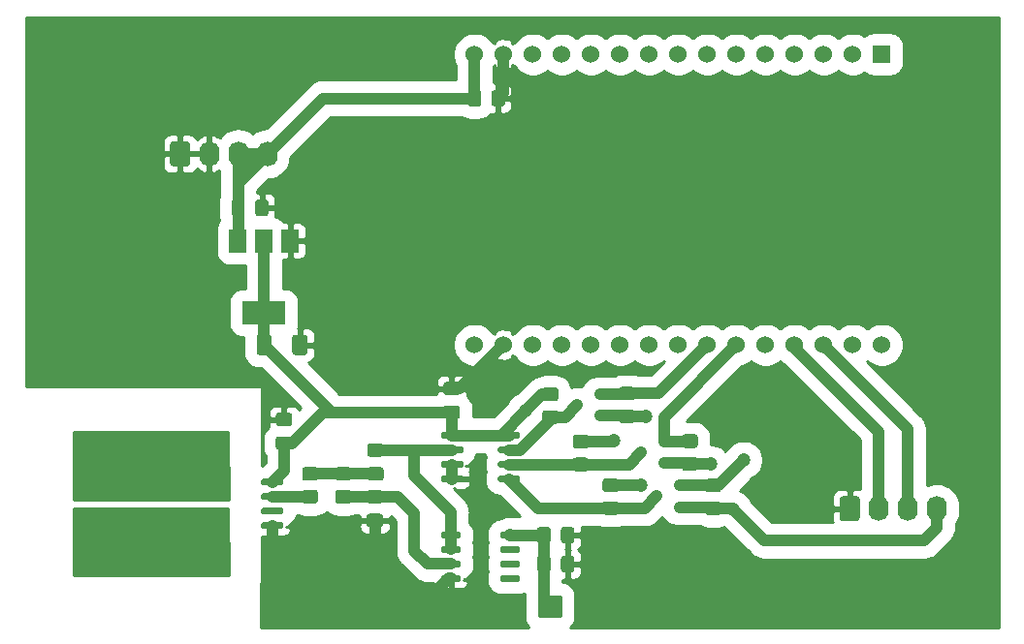
<source format=gbr>
%TF.GenerationSoftware,KiCad,Pcbnew,(5.1.9)-1*%
%TF.CreationDate,2021-01-30T10:24:11-03:00*%
%TF.ProjectId,Placa_aquisicao,506c6163-615f-4617-9175-69736963616f,rev?*%
%TF.SameCoordinates,PX40bc440PY798bb90*%
%TF.FileFunction,Copper,L1,Top*%
%TF.FilePolarity,Positive*%
%FSLAX46Y46*%
G04 Gerber Fmt 4.6, Leading zero omitted, Abs format (unit mm)*
G04 Created by KiCad (PCBNEW (5.1.9)-1) date 2021-01-30 10:24:11*
%MOMM*%
%LPD*%
G01*
G04 APERTURE LIST*
%TA.AperFunction,ComponentPad*%
%ADD10R,1.524000X1.524000*%
%TD*%
%TA.AperFunction,ComponentPad*%
%ADD11C,1.524000*%
%TD*%
%TA.AperFunction,SMDPad,CuDef*%
%ADD12R,3.800000X2.000000*%
%TD*%
%TA.AperFunction,SMDPad,CuDef*%
%ADD13R,1.500000X2.000000*%
%TD*%
%TA.AperFunction,ComponentPad*%
%ADD14C,2.600000*%
%TD*%
%TA.AperFunction,ComponentPad*%
%ADD15R,2.600000X2.600000*%
%TD*%
%TA.AperFunction,ComponentPad*%
%ADD16O,1.740000X2.190000*%
%TD*%
%TA.AperFunction,SMDPad,CuDef*%
%ADD17R,0.900000X0.800000*%
%TD*%
%TA.AperFunction,ViaPad*%
%ADD18C,0.800000*%
%TD*%
%TA.AperFunction,ViaPad*%
%ADD19C,1.200000*%
%TD*%
%TA.AperFunction,Conductor*%
%ADD20C,1.000000*%
%TD*%
%TA.AperFunction,Conductor*%
%ADD21C,0.400000*%
%TD*%
%TA.AperFunction,Conductor*%
%ADD22C,0.500000*%
%TD*%
%TA.AperFunction,Conductor*%
%ADD23C,0.250000*%
%TD*%
%TA.AperFunction,Conductor*%
%ADD24C,0.254000*%
%TD*%
%TA.AperFunction,Conductor*%
%ADD25C,0.100000*%
%TD*%
G04 APERTURE END LIST*
D10*
%TO.P,U5,1*%
%TO.N,Net-(U5-Pad1)*%
X78050000Y51260000D03*
D11*
%TO.P,U5,2*%
%TO.N,Net-(U5-Pad2)*%
X75510000Y51260000D03*
%TO.P,U5,3*%
%TO.N,Net-(U5-Pad3)*%
X72970000Y51260000D03*
%TO.P,U5,4*%
%TO.N,Net-(U5-Pad4)*%
X70430000Y51260000D03*
%TO.P,U5,5*%
%TO.N,Net-(U5-Pad5)*%
X67890000Y51260000D03*
%TO.P,U5,6*%
%TO.N,Net-(U5-Pad6)*%
X65350000Y51260000D03*
%TO.P,U5,7*%
%TO.N,Net-(U5-Pad7)*%
X62810000Y51260000D03*
%TO.P,U5,8*%
%TO.N,Net-(U5-Pad8)*%
X60270000Y51260000D03*
%TO.P,U5,9*%
%TO.N,Net-(U5-Pad9)*%
X57730000Y51260000D03*
%TO.P,U5,10*%
%TO.N,Net-(U5-Pad10)*%
X55190000Y51260000D03*
%TO.P,U5,11*%
%TO.N,Net-(U5-Pad11)*%
X52650000Y51260000D03*
%TO.P,U5,12*%
%TO.N,Net-(U5-Pad12)*%
X50110000Y51260000D03*
%TO.P,U5,13*%
%TO.N,Net-(U5-Pad13)*%
X47570000Y51260000D03*
%TO.P,U5,14*%
%TO.N,GND*%
X45030000Y51260000D03*
%TO.P,U5,15*%
%TO.N,+10V*%
X42490000Y51260000D03*
%TO.P,U5,16*%
%TO.N,+3V3*%
X42490000Y25860000D03*
%TO.P,U5,17*%
%TO.N,GND*%
X45030000Y25860000D03*
%TO.P,U5,18*%
%TO.N,Net-(U5-Pad18)*%
X47570000Y25860000D03*
%TO.P,U5,19*%
%TO.N,Net-(U5-Pad19)*%
X50110000Y25860000D03*
%TO.P,U5,20*%
%TO.N,Net-(U5-Pad20)*%
X52650000Y25860000D03*
%TO.P,U5,21*%
%TO.N,Net-(U5-Pad21)*%
X55190000Y25860000D03*
%TO.P,U5,22*%
%TO.N,Net-(U5-Pad22)*%
X57730000Y25860000D03*
%TO.P,U5,23*%
%TO.N,SPI_CS0*%
X60270000Y25860000D03*
%TO.P,U5,24*%
%TO.N,SPI_CLK*%
X62810000Y25860000D03*
%TO.P,U5,25*%
%TO.N,SPI_MISO*%
X65350000Y25860000D03*
%TO.P,U5,26*%
%TO.N,Net-(U5-Pad26)*%
X67890000Y25860000D03*
%TO.P,U5,27*%
%TO.N,/ESP32/UART_RX0*%
X70430000Y25860000D03*
%TO.P,U5,28*%
%TO.N,/ESP32/UART_TX0*%
X72970000Y25860000D03*
%TO.P,U5,29*%
%TO.N,Net-(U5-Pad29)*%
X75510000Y25860000D03*
%TO.P,U5,30*%
%TO.N,Net-(U5-Pad30)*%
X78050000Y25860000D03*
%TD*%
%TO.P,R4,2*%
%TO.N,Net-(Q2-Pad3)*%
%TA.AperFunction,SMDPad,CuDef*%
G36*
G01*
X51329999Y16000000D02*
X52230001Y16000000D01*
G75*
G02*
X52480000Y15750001I0J-249999D01*
G01*
X52480000Y15049999D01*
G75*
G02*
X52230001Y14800000I-249999J0D01*
G01*
X51329999Y14800000D01*
G75*
G02*
X51080000Y15049999I0J249999D01*
G01*
X51080000Y15750001D01*
G75*
G02*
X51329999Y16000000I249999J0D01*
G01*
G37*
%TD.AperFunction*%
%TO.P,R4,1*%
%TO.N,+5V*%
%TA.AperFunction,SMDPad,CuDef*%
G36*
G01*
X51329999Y18000000D02*
X52230001Y18000000D01*
G75*
G02*
X52480000Y17750001I0J-249999D01*
G01*
X52480000Y17049999D01*
G75*
G02*
X52230001Y16800000I-249999J0D01*
G01*
X51329999Y16800000D01*
G75*
G02*
X51080000Y17049999I0J249999D01*
G01*
X51080000Y17750001D01*
G75*
G02*
X51329999Y18000000I249999J0D01*
G01*
G37*
%TD.AperFunction*%
%TD*%
D12*
%TO.P,U1,2*%
%TO.N,+5V*%
X24120000Y28650000D03*
D13*
X24120000Y34950000D03*
%TO.P,U1,3*%
%TO.N,+10V*%
X21820000Y34950000D03*
%TO.P,U1,1*%
%TO.N,GND*%
X26420000Y34950000D03*
%TD*%
%TO.P,C1,1*%
%TO.N,+10V*%
%TA.AperFunction,SMDPad,CuDef*%
G36*
G01*
X21270000Y37350000D02*
X21270000Y38300000D01*
G75*
G02*
X21520000Y38550000I250000J0D01*
G01*
X22195000Y38550000D01*
G75*
G02*
X22445000Y38300000I0J-250000D01*
G01*
X22445000Y37350000D01*
G75*
G02*
X22195000Y37100000I-250000J0D01*
G01*
X21520000Y37100000D01*
G75*
G02*
X21270000Y37350000I0J250000D01*
G01*
G37*
%TD.AperFunction*%
%TO.P,C1,2*%
%TO.N,GND*%
%TA.AperFunction,SMDPad,CuDef*%
G36*
G01*
X23345000Y37350000D02*
X23345000Y38300000D01*
G75*
G02*
X23595000Y38550000I250000J0D01*
G01*
X24270000Y38550000D01*
G75*
G02*
X24520000Y38300000I0J-250000D01*
G01*
X24520000Y37350000D01*
G75*
G02*
X24270000Y37100000I-250000J0D01*
G01*
X23595000Y37100000D01*
G75*
G02*
X23345000Y37350000I0J250000D01*
G01*
G37*
%TD.AperFunction*%
%TD*%
%TO.P,C3,2*%
%TO.N,GND*%
%TA.AperFunction,SMDPad,CuDef*%
G36*
G01*
X26345000Y18747500D02*
X25395000Y18747500D01*
G75*
G02*
X25145000Y18997500I0J250000D01*
G01*
X25145000Y19672500D01*
G75*
G02*
X25395000Y19922500I250000J0D01*
G01*
X26345000Y19922500D01*
G75*
G02*
X26595000Y19672500I0J-250000D01*
G01*
X26595000Y18997500D01*
G75*
G02*
X26345000Y18747500I-250000J0D01*
G01*
G37*
%TD.AperFunction*%
%TO.P,C3,1*%
%TO.N,+5V*%
%TA.AperFunction,SMDPad,CuDef*%
G36*
G01*
X26345000Y16672500D02*
X25395000Y16672500D01*
G75*
G02*
X25145000Y16922500I0J250000D01*
G01*
X25145000Y17597500D01*
G75*
G02*
X25395000Y17847500I250000J0D01*
G01*
X26345000Y17847500D01*
G75*
G02*
X26595000Y17597500I0J-250000D01*
G01*
X26595000Y16922500D01*
G75*
G02*
X26345000Y16672500I-250000J0D01*
G01*
G37*
%TD.AperFunction*%
%TD*%
%TO.P,C4,2*%
%TO.N,Net-(C4-Pad2)*%
%TA.AperFunction,SMDPad,CuDef*%
G36*
G01*
X33370000Y15162500D02*
X34320000Y15162500D01*
G75*
G02*
X34570000Y14912500I0J-250000D01*
G01*
X34570000Y14237500D01*
G75*
G02*
X34320000Y13987500I-250000J0D01*
G01*
X33370000Y13987500D01*
G75*
G02*
X33120000Y14237500I0J250000D01*
G01*
X33120000Y14912500D01*
G75*
G02*
X33370000Y15162500I250000J0D01*
G01*
G37*
%TD.AperFunction*%
%TO.P,C4,1*%
%TO.N,Sinal*%
%TA.AperFunction,SMDPad,CuDef*%
G36*
G01*
X33370000Y17237500D02*
X34320000Y17237500D01*
G75*
G02*
X34570000Y16987500I0J-250000D01*
G01*
X34570000Y16312500D01*
G75*
G02*
X34320000Y16062500I-250000J0D01*
G01*
X33370000Y16062500D01*
G75*
G02*
X33120000Y16312500I0J250000D01*
G01*
X33120000Y16987500D01*
G75*
G02*
X33370000Y17237500I250000J0D01*
G01*
G37*
%TD.AperFunction*%
%TD*%
%TO.P,C5,1*%
%TO.N,Net-(C5-Pad1)*%
%TA.AperFunction,SMDPad,CuDef*%
G36*
G01*
X33325000Y13165000D02*
X34275000Y13165000D01*
G75*
G02*
X34525000Y12915000I0J-250000D01*
G01*
X34525000Y12240000D01*
G75*
G02*
X34275000Y11990000I-250000J0D01*
G01*
X33325000Y11990000D01*
G75*
G02*
X33075000Y12240000I0J250000D01*
G01*
X33075000Y12915000D01*
G75*
G02*
X33325000Y13165000I250000J0D01*
G01*
G37*
%TD.AperFunction*%
%TO.P,C5,2*%
%TO.N,GND*%
%TA.AperFunction,SMDPad,CuDef*%
G36*
G01*
X33325000Y11090000D02*
X34275000Y11090000D01*
G75*
G02*
X34525000Y10840000I0J-250000D01*
G01*
X34525000Y10165000D01*
G75*
G02*
X34275000Y9915000I-250000J0D01*
G01*
X33325000Y9915000D01*
G75*
G02*
X33075000Y10165000I0J250000D01*
G01*
X33075000Y10840000D01*
G75*
G02*
X33325000Y11090000I250000J0D01*
G01*
G37*
%TD.AperFunction*%
%TD*%
%TO.P,C6,2*%
%TO.N,GND*%
%TA.AperFunction,SMDPad,CuDef*%
G36*
G01*
X50045000Y6215000D02*
X50045000Y7165000D01*
G75*
G02*
X50295000Y7415000I250000J0D01*
G01*
X50970000Y7415000D01*
G75*
G02*
X51220000Y7165000I0J-250000D01*
G01*
X51220000Y6215000D01*
G75*
G02*
X50970000Y5965000I-250000J0D01*
G01*
X50295000Y5965000D01*
G75*
G02*
X50045000Y6215000I0J250000D01*
G01*
G37*
%TD.AperFunction*%
%TO.P,C6,1*%
%TO.N,+10V*%
%TA.AperFunction,SMDPad,CuDef*%
G36*
G01*
X47970000Y6215000D02*
X47970000Y7165000D01*
G75*
G02*
X48220000Y7415000I250000J0D01*
G01*
X48895000Y7415000D01*
G75*
G02*
X49145000Y7165000I0J-250000D01*
G01*
X49145000Y6215000D01*
G75*
G02*
X48895000Y5965000I-250000J0D01*
G01*
X48220000Y5965000D01*
G75*
G02*
X47970000Y6215000I0J250000D01*
G01*
G37*
%TD.AperFunction*%
%TD*%
%TO.P,C7,1*%
%TO.N,+10V*%
%TA.AperFunction,SMDPad,CuDef*%
G36*
G01*
X47965000Y8745000D02*
X47965000Y9695000D01*
G75*
G02*
X48215000Y9945000I250000J0D01*
G01*
X48890000Y9945000D01*
G75*
G02*
X49140000Y9695000I0J-250000D01*
G01*
X49140000Y8745000D01*
G75*
G02*
X48890000Y8495000I-250000J0D01*
G01*
X48215000Y8495000D01*
G75*
G02*
X47965000Y8745000I0J250000D01*
G01*
G37*
%TD.AperFunction*%
%TO.P,C7,2*%
%TO.N,GND*%
%TA.AperFunction,SMDPad,CuDef*%
G36*
G01*
X50040000Y8745000D02*
X50040000Y9695000D01*
G75*
G02*
X50290000Y9945000I250000J0D01*
G01*
X50965000Y9945000D01*
G75*
G02*
X51215000Y9695000I0J-250000D01*
G01*
X51215000Y8745000D01*
G75*
G02*
X50965000Y8495000I-250000J0D01*
G01*
X50290000Y8495000D01*
G75*
G02*
X50040000Y8745000I0J250000D01*
G01*
G37*
%TD.AperFunction*%
%TD*%
%TO.P,C8,1*%
%TO.N,+5V*%
%TA.AperFunction,SMDPad,CuDef*%
G36*
G01*
X40985000Y19375000D02*
X40035000Y19375000D01*
G75*
G02*
X39785000Y19625000I0J250000D01*
G01*
X39785000Y20300000D01*
G75*
G02*
X40035000Y20550000I250000J0D01*
G01*
X40985000Y20550000D01*
G75*
G02*
X41235000Y20300000I0J-250000D01*
G01*
X41235000Y19625000D01*
G75*
G02*
X40985000Y19375000I-250000J0D01*
G01*
G37*
%TD.AperFunction*%
%TO.P,C8,2*%
%TO.N,GND*%
%TA.AperFunction,SMDPad,CuDef*%
G36*
G01*
X40985000Y21450000D02*
X40035000Y21450000D01*
G75*
G02*
X39785000Y21700000I0J250000D01*
G01*
X39785000Y22375000D01*
G75*
G02*
X40035000Y22625000I250000J0D01*
G01*
X40985000Y22625000D01*
G75*
G02*
X41235000Y22375000I0J-250000D01*
G01*
X41235000Y21700000D01*
G75*
G02*
X40985000Y21450000I-250000J0D01*
G01*
G37*
%TD.AperFunction*%
%TD*%
%TO.P,C9,2*%
%TO.N,GND*%
%TA.AperFunction,SMDPad,CuDef*%
G36*
G01*
X43990000Y46935000D02*
X43990000Y47885000D01*
G75*
G02*
X44240000Y48135000I250000J0D01*
G01*
X44915000Y48135000D01*
G75*
G02*
X45165000Y47885000I0J-250000D01*
G01*
X45165000Y46935000D01*
G75*
G02*
X44915000Y46685000I-250000J0D01*
G01*
X44240000Y46685000D01*
G75*
G02*
X43990000Y46935000I0J250000D01*
G01*
G37*
%TD.AperFunction*%
%TO.P,C9,1*%
%TO.N,+10V*%
%TA.AperFunction,SMDPad,CuDef*%
G36*
G01*
X41915000Y46935000D02*
X41915000Y47885000D01*
G75*
G02*
X42165000Y48135000I250000J0D01*
G01*
X42840000Y48135000D01*
G75*
G02*
X43090000Y47885000I0J-250000D01*
G01*
X43090000Y46935000D01*
G75*
G02*
X42840000Y46685000I-250000J0D01*
G01*
X42165000Y46685000D01*
G75*
G02*
X41915000Y46935000I0J250000D01*
G01*
G37*
%TD.AperFunction*%
%TD*%
D14*
%TO.P,J2,2*%
%TO.N,Net-(J2-Pad2)*%
X12620000Y14400000D03*
D15*
%TO.P,J2,1*%
%TO.N,Net-(J2-Pad1)*%
X12620000Y9400000D03*
%TD*%
%TO.P,R1,1*%
%TO.N,Net-(C4-Pad2)*%
%TA.AperFunction,SMDPad,CuDef*%
G36*
G01*
X27694999Y15175000D02*
X28595001Y15175000D01*
G75*
G02*
X28845000Y14925001I0J-249999D01*
G01*
X28845000Y14224999D01*
G75*
G02*
X28595001Y13975000I-249999J0D01*
G01*
X27694999Y13975000D01*
G75*
G02*
X27445000Y14224999I0J249999D01*
G01*
X27445000Y14925001D01*
G75*
G02*
X27694999Y15175000I249999J0D01*
G01*
G37*
%TD.AperFunction*%
%TO.P,R1,2*%
%TO.N,Net-(R1-Pad2)*%
%TA.AperFunction,SMDPad,CuDef*%
G36*
G01*
X27694999Y13175000D02*
X28595001Y13175000D01*
G75*
G02*
X28845000Y12925001I0J-249999D01*
G01*
X28845000Y12224999D01*
G75*
G02*
X28595001Y11975000I-249999J0D01*
G01*
X27694999Y11975000D01*
G75*
G02*
X27445000Y12224999I0J249999D01*
G01*
X27445000Y12925001D01*
G75*
G02*
X27694999Y13175000I249999J0D01*
G01*
G37*
%TD.AperFunction*%
%TD*%
%TO.P,R2,2*%
%TO.N,Net-(C4-Pad2)*%
%TA.AperFunction,SMDPad,CuDef*%
G36*
G01*
X31495001Y13975000D02*
X30594999Y13975000D01*
G75*
G02*
X30345000Y14224999I0J249999D01*
G01*
X30345000Y14925001D01*
G75*
G02*
X30594999Y15175000I249999J0D01*
G01*
X31495001Y15175000D01*
G75*
G02*
X31745000Y14925001I0J-249999D01*
G01*
X31745000Y14224999D01*
G75*
G02*
X31495001Y13975000I-249999J0D01*
G01*
G37*
%TD.AperFunction*%
%TO.P,R2,1*%
%TO.N,Net-(C5-Pad1)*%
%TA.AperFunction,SMDPad,CuDef*%
G36*
G01*
X31495001Y11975000D02*
X30594999Y11975000D01*
G75*
G02*
X30345000Y12224999I0J249999D01*
G01*
X30345000Y12925001D01*
G75*
G02*
X30594999Y13175000I249999J0D01*
G01*
X31495001Y13175000D01*
G75*
G02*
X31745000Y12925001I0J-249999D01*
G01*
X31745000Y12224999D01*
G75*
G02*
X31495001Y11975000I-249999J0D01*
G01*
G37*
%TD.AperFunction*%
%TD*%
%TO.P,R3,1*%
%TO.N,+5V*%
%TA.AperFunction,SMDPad,CuDef*%
G36*
G01*
X48689999Y22140000D02*
X49590001Y22140000D01*
G75*
G02*
X49840000Y21890001I0J-249999D01*
G01*
X49840000Y21189999D01*
G75*
G02*
X49590001Y20940000I-249999J0D01*
G01*
X48689999Y20940000D01*
G75*
G02*
X48440000Y21189999I0J249999D01*
G01*
X48440000Y21890001D01*
G75*
G02*
X48689999Y22140000I249999J0D01*
G01*
G37*
%TD.AperFunction*%
%TO.P,R3,2*%
%TO.N,Net-(Q1-Pad3)*%
%TA.AperFunction,SMDPad,CuDef*%
G36*
G01*
X48689999Y20140000D02*
X49590001Y20140000D01*
G75*
G02*
X49840000Y19890001I0J-249999D01*
G01*
X49840000Y19189999D01*
G75*
G02*
X49590001Y18940000I-249999J0D01*
G01*
X48689999Y18940000D01*
G75*
G02*
X48440000Y19189999I0J249999D01*
G01*
X48440000Y19890001D01*
G75*
G02*
X48689999Y20140000I249999J0D01*
G01*
G37*
%TD.AperFunction*%
%TD*%
%TO.P,R5,1*%
%TO.N,+5V*%
%TA.AperFunction,SMDPad,CuDef*%
G36*
G01*
X53929999Y14180000D02*
X54830001Y14180000D01*
G75*
G02*
X55080000Y13930001I0J-249999D01*
G01*
X55080000Y13229999D01*
G75*
G02*
X54830001Y12980000I-249999J0D01*
G01*
X53929999Y12980000D01*
G75*
G02*
X53680000Y13229999I0J249999D01*
G01*
X53680000Y13930001D01*
G75*
G02*
X53929999Y14180000I249999J0D01*
G01*
G37*
%TD.AperFunction*%
%TO.P,R5,2*%
%TO.N,Net-(Q3-Pad3)*%
%TA.AperFunction,SMDPad,CuDef*%
G36*
G01*
X53929999Y12180000D02*
X54830001Y12180000D01*
G75*
G02*
X55080000Y11930001I0J-249999D01*
G01*
X55080000Y11229999D01*
G75*
G02*
X54830001Y10980000I-249999J0D01*
G01*
X53929999Y10980000D01*
G75*
G02*
X53680000Y11229999I0J249999D01*
G01*
X53680000Y11930001D01*
G75*
G02*
X53929999Y12180000I249999J0D01*
G01*
G37*
%TD.AperFunction*%
%TD*%
%TO.P,U2,8*%
%TO.N,+5V*%
%TA.AperFunction,SMDPad,CuDef*%
G36*
G01*
X23870000Y13705000D02*
X23870000Y14005000D01*
G75*
G02*
X24020000Y14155000I150000J0D01*
G01*
X25670000Y14155000D01*
G75*
G02*
X25820000Y14005000I0J-150000D01*
G01*
X25820000Y13705000D01*
G75*
G02*
X25670000Y13555000I-150000J0D01*
G01*
X24020000Y13555000D01*
G75*
G02*
X23870000Y13705000I0J150000D01*
G01*
G37*
%TD.AperFunction*%
%TO.P,U2,7*%
%TO.N,Net-(R1-Pad2)*%
%TA.AperFunction,SMDPad,CuDef*%
G36*
G01*
X23870000Y12435000D02*
X23870000Y12735000D01*
G75*
G02*
X24020000Y12885000I150000J0D01*
G01*
X25670000Y12885000D01*
G75*
G02*
X25820000Y12735000I0J-150000D01*
G01*
X25820000Y12435000D01*
G75*
G02*
X25670000Y12285000I-150000J0D01*
G01*
X24020000Y12285000D01*
G75*
G02*
X23870000Y12435000I0J150000D01*
G01*
G37*
%TD.AperFunction*%
%TO.P,U2,6*%
%TO.N,Net-(U2-Pad6)*%
%TA.AperFunction,SMDPad,CuDef*%
G36*
G01*
X23870000Y11165000D02*
X23870000Y11465000D01*
G75*
G02*
X24020000Y11615000I150000J0D01*
G01*
X25670000Y11615000D01*
G75*
G02*
X25820000Y11465000I0J-150000D01*
G01*
X25820000Y11165000D01*
G75*
G02*
X25670000Y11015000I-150000J0D01*
G01*
X24020000Y11015000D01*
G75*
G02*
X23870000Y11165000I0J150000D01*
G01*
G37*
%TD.AperFunction*%
%TO.P,U2,5*%
%TO.N,GND*%
%TA.AperFunction,SMDPad,CuDef*%
G36*
G01*
X23870000Y9895000D02*
X23870000Y10195000D01*
G75*
G02*
X24020000Y10345000I150000J0D01*
G01*
X25670000Y10345000D01*
G75*
G02*
X25820000Y10195000I0J-150000D01*
G01*
X25820000Y9895000D01*
G75*
G02*
X25670000Y9745000I-150000J0D01*
G01*
X24020000Y9745000D01*
G75*
G02*
X23870000Y9895000I0J150000D01*
G01*
G37*
%TD.AperFunction*%
%TO.P,U2,4*%
%TO.N,Net-(J2-Pad1)*%
%TA.AperFunction,SMDPad,CuDef*%
G36*
G01*
X18920000Y9895000D02*
X18920000Y10195000D01*
G75*
G02*
X19070000Y10345000I150000J0D01*
G01*
X20720000Y10345000D01*
G75*
G02*
X20870000Y10195000I0J-150000D01*
G01*
X20870000Y9895000D01*
G75*
G02*
X20720000Y9745000I-150000J0D01*
G01*
X19070000Y9745000D01*
G75*
G02*
X18920000Y9895000I0J150000D01*
G01*
G37*
%TD.AperFunction*%
%TO.P,U2,3*%
%TA.AperFunction,SMDPad,CuDef*%
G36*
G01*
X18920000Y11165000D02*
X18920000Y11465000D01*
G75*
G02*
X19070000Y11615000I150000J0D01*
G01*
X20720000Y11615000D01*
G75*
G02*
X20870000Y11465000I0J-150000D01*
G01*
X20870000Y11165000D01*
G75*
G02*
X20720000Y11015000I-150000J0D01*
G01*
X19070000Y11015000D01*
G75*
G02*
X18920000Y11165000I0J150000D01*
G01*
G37*
%TD.AperFunction*%
%TO.P,U2,2*%
%TO.N,Net-(J2-Pad2)*%
%TA.AperFunction,SMDPad,CuDef*%
G36*
G01*
X18920000Y12435000D02*
X18920000Y12735000D01*
G75*
G02*
X19070000Y12885000I150000J0D01*
G01*
X20720000Y12885000D01*
G75*
G02*
X20870000Y12735000I0J-150000D01*
G01*
X20870000Y12435000D01*
G75*
G02*
X20720000Y12285000I-150000J0D01*
G01*
X19070000Y12285000D01*
G75*
G02*
X18920000Y12435000I0J150000D01*
G01*
G37*
%TD.AperFunction*%
%TO.P,U2,1*%
%TA.AperFunction,SMDPad,CuDef*%
G36*
G01*
X18920000Y13705000D02*
X18920000Y14005000D01*
G75*
G02*
X19070000Y14155000I150000J0D01*
G01*
X20720000Y14155000D01*
G75*
G02*
X20870000Y14005000I0J-150000D01*
G01*
X20870000Y13705000D01*
G75*
G02*
X20720000Y13555000I-150000J0D01*
G01*
X19070000Y13555000D01*
G75*
G02*
X18920000Y13705000I0J150000D01*
G01*
G37*
%TD.AperFunction*%
%TD*%
%TO.P,U3,1*%
%TO.N,Sinal*%
%TA.AperFunction,SMDPad,CuDef*%
G36*
G01*
X39570000Y9085000D02*
X39570000Y9385000D01*
G75*
G02*
X39720000Y9535000I150000J0D01*
G01*
X41170000Y9535000D01*
G75*
G02*
X41320000Y9385000I0J-150000D01*
G01*
X41320000Y9085000D01*
G75*
G02*
X41170000Y8935000I-150000J0D01*
G01*
X39720000Y8935000D01*
G75*
G02*
X39570000Y9085000I0J150000D01*
G01*
G37*
%TD.AperFunction*%
%TO.P,U3,2*%
%TA.AperFunction,SMDPad,CuDef*%
G36*
G01*
X39570000Y7815000D02*
X39570000Y8115000D01*
G75*
G02*
X39720000Y8265000I150000J0D01*
G01*
X41170000Y8265000D01*
G75*
G02*
X41320000Y8115000I0J-150000D01*
G01*
X41320000Y7815000D01*
G75*
G02*
X41170000Y7665000I-150000J0D01*
G01*
X39720000Y7665000D01*
G75*
G02*
X39570000Y7815000I0J150000D01*
G01*
G37*
%TD.AperFunction*%
%TO.P,U3,3*%
%TO.N,Net-(C5-Pad1)*%
%TA.AperFunction,SMDPad,CuDef*%
G36*
G01*
X39570000Y6545000D02*
X39570000Y6845000D01*
G75*
G02*
X39720000Y6995000I150000J0D01*
G01*
X41170000Y6995000D01*
G75*
G02*
X41320000Y6845000I0J-150000D01*
G01*
X41320000Y6545000D01*
G75*
G02*
X41170000Y6395000I-150000J0D01*
G01*
X39720000Y6395000D01*
G75*
G02*
X39570000Y6545000I0J150000D01*
G01*
G37*
%TD.AperFunction*%
%TO.P,U3,4*%
%TO.N,GND*%
%TA.AperFunction,SMDPad,CuDef*%
G36*
G01*
X39570000Y5275000D02*
X39570000Y5575000D01*
G75*
G02*
X39720000Y5725000I150000J0D01*
G01*
X41170000Y5725000D01*
G75*
G02*
X41320000Y5575000I0J-150000D01*
G01*
X41320000Y5275000D01*
G75*
G02*
X41170000Y5125000I-150000J0D01*
G01*
X39720000Y5125000D01*
G75*
G02*
X39570000Y5275000I0J150000D01*
G01*
G37*
%TD.AperFunction*%
%TO.P,U3,5*%
%TO.N,Net-(U3-Pad5)*%
%TA.AperFunction,SMDPad,CuDef*%
G36*
G01*
X44720000Y5275000D02*
X44720000Y5575000D01*
G75*
G02*
X44870000Y5725000I150000J0D01*
G01*
X46320000Y5725000D01*
G75*
G02*
X46470000Y5575000I0J-150000D01*
G01*
X46470000Y5275000D01*
G75*
G02*
X46320000Y5125000I-150000J0D01*
G01*
X44870000Y5125000D01*
G75*
G02*
X44720000Y5275000I0J150000D01*
G01*
G37*
%TD.AperFunction*%
%TO.P,U3,6*%
%TO.N,Net-(U3-Pad6)*%
%TA.AperFunction,SMDPad,CuDef*%
G36*
G01*
X44720000Y6545000D02*
X44720000Y6845000D01*
G75*
G02*
X44870000Y6995000I150000J0D01*
G01*
X46320000Y6995000D01*
G75*
G02*
X46470000Y6845000I0J-150000D01*
G01*
X46470000Y6545000D01*
G75*
G02*
X46320000Y6395000I-150000J0D01*
G01*
X44870000Y6395000D01*
G75*
G02*
X44720000Y6545000I0J150000D01*
G01*
G37*
%TD.AperFunction*%
%TO.P,U3,7*%
%TO.N,Net-(U3-Pad7)*%
%TA.AperFunction,SMDPad,CuDef*%
G36*
G01*
X44720000Y7815000D02*
X44720000Y8115000D01*
G75*
G02*
X44870000Y8265000I150000J0D01*
G01*
X46320000Y8265000D01*
G75*
G02*
X46470000Y8115000I0J-150000D01*
G01*
X46470000Y7815000D01*
G75*
G02*
X46320000Y7665000I-150000J0D01*
G01*
X44870000Y7665000D01*
G75*
G02*
X44720000Y7815000I0J150000D01*
G01*
G37*
%TD.AperFunction*%
%TO.P,U3,8*%
%TO.N,+10V*%
%TA.AperFunction,SMDPad,CuDef*%
G36*
G01*
X44720000Y9085000D02*
X44720000Y9385000D01*
G75*
G02*
X44870000Y9535000I150000J0D01*
G01*
X46320000Y9535000D01*
G75*
G02*
X46470000Y9385000I0J-150000D01*
G01*
X46470000Y9085000D01*
G75*
G02*
X46320000Y8935000I-150000J0D01*
G01*
X44870000Y8935000D01*
G75*
G02*
X44720000Y9085000I0J150000D01*
G01*
G37*
%TD.AperFunction*%
%TD*%
%TO.P,U4,1*%
%TO.N,+5V*%
%TA.AperFunction,SMDPad,CuDef*%
G36*
G01*
X39590000Y17785000D02*
X39590000Y18085000D01*
G75*
G02*
X39740000Y18235000I150000J0D01*
G01*
X41390000Y18235000D01*
G75*
G02*
X41540000Y18085000I0J-150000D01*
G01*
X41540000Y17785000D01*
G75*
G02*
X41390000Y17635000I-150000J0D01*
G01*
X39740000Y17635000D01*
G75*
G02*
X39590000Y17785000I0J150000D01*
G01*
G37*
%TD.AperFunction*%
%TO.P,U4,2*%
%TO.N,Sinal*%
%TA.AperFunction,SMDPad,CuDef*%
G36*
G01*
X39590000Y16515000D02*
X39590000Y16815000D01*
G75*
G02*
X39740000Y16965000I150000J0D01*
G01*
X41390000Y16965000D01*
G75*
G02*
X41540000Y16815000I0J-150000D01*
G01*
X41540000Y16515000D01*
G75*
G02*
X41390000Y16365000I-150000J0D01*
G01*
X39740000Y16365000D01*
G75*
G02*
X39590000Y16515000I0J150000D01*
G01*
G37*
%TD.AperFunction*%
%TO.P,U4,3*%
%TO.N,GND*%
%TA.AperFunction,SMDPad,CuDef*%
G36*
G01*
X39590000Y15245000D02*
X39590000Y15545000D01*
G75*
G02*
X39740000Y15695000I150000J0D01*
G01*
X41390000Y15695000D01*
G75*
G02*
X41540000Y15545000I0J-150000D01*
G01*
X41540000Y15245000D01*
G75*
G02*
X41390000Y15095000I-150000J0D01*
G01*
X39740000Y15095000D01*
G75*
G02*
X39590000Y15245000I0J150000D01*
G01*
G37*
%TD.AperFunction*%
%TO.P,U4,4*%
%TA.AperFunction,SMDPad,CuDef*%
G36*
G01*
X39590000Y13975000D02*
X39590000Y14275000D01*
G75*
G02*
X39740000Y14425000I150000J0D01*
G01*
X41390000Y14425000D01*
G75*
G02*
X41540000Y14275000I0J-150000D01*
G01*
X41540000Y13975000D01*
G75*
G02*
X41390000Y13825000I-150000J0D01*
G01*
X39740000Y13825000D01*
G75*
G02*
X39590000Y13975000I0J150000D01*
G01*
G37*
%TD.AperFunction*%
%TO.P,U4,5*%
%TO.N,Net-(Q3-Pad3)*%
%TA.AperFunction,SMDPad,CuDef*%
G36*
G01*
X44540000Y13975000D02*
X44540000Y14275000D01*
G75*
G02*
X44690000Y14425000I150000J0D01*
G01*
X46340000Y14425000D01*
G75*
G02*
X46490000Y14275000I0J-150000D01*
G01*
X46490000Y13975000D01*
G75*
G02*
X46340000Y13825000I-150000J0D01*
G01*
X44690000Y13825000D01*
G75*
G02*
X44540000Y13975000I0J150000D01*
G01*
G37*
%TD.AperFunction*%
%TO.P,U4,6*%
%TO.N,Net-(Q2-Pad3)*%
%TA.AperFunction,SMDPad,CuDef*%
G36*
G01*
X44540000Y15245000D02*
X44540000Y15545000D01*
G75*
G02*
X44690000Y15695000I150000J0D01*
G01*
X46340000Y15695000D01*
G75*
G02*
X46490000Y15545000I0J-150000D01*
G01*
X46490000Y15245000D01*
G75*
G02*
X46340000Y15095000I-150000J0D01*
G01*
X44690000Y15095000D01*
G75*
G02*
X44540000Y15245000I0J150000D01*
G01*
G37*
%TD.AperFunction*%
%TO.P,U4,7*%
%TO.N,Net-(Q1-Pad3)*%
%TA.AperFunction,SMDPad,CuDef*%
G36*
G01*
X44540000Y16515000D02*
X44540000Y16815000D01*
G75*
G02*
X44690000Y16965000I150000J0D01*
G01*
X46340000Y16965000D01*
G75*
G02*
X46490000Y16815000I0J-150000D01*
G01*
X46490000Y16515000D01*
G75*
G02*
X46340000Y16365000I-150000J0D01*
G01*
X44690000Y16365000D01*
G75*
G02*
X44540000Y16515000I0J150000D01*
G01*
G37*
%TD.AperFunction*%
%TO.P,U4,8*%
%TO.N,+5V*%
%TA.AperFunction,SMDPad,CuDef*%
G36*
G01*
X44540000Y17785000D02*
X44540000Y18085000D01*
G75*
G02*
X44690000Y18235000I150000J0D01*
G01*
X46340000Y18235000D01*
G75*
G02*
X46490000Y18085000I0J-150000D01*
G01*
X46490000Y17785000D01*
G75*
G02*
X46340000Y17635000I-150000J0D01*
G01*
X44690000Y17635000D01*
G75*
G02*
X44540000Y17785000I0J150000D01*
G01*
G37*
%TD.AperFunction*%
%TD*%
%TO.P,C2,1*%
%TO.N,+5V*%
%TA.AperFunction,SMDPad,CuDef*%
G36*
G01*
X23470000Y25199997D02*
X23470000Y26500003D01*
G75*
G02*
X23719997Y26750000I249997J0D01*
G01*
X24545003Y26750000D01*
G75*
G02*
X24795000Y26500003I0J-249997D01*
G01*
X24795000Y25199997D01*
G75*
G02*
X24545003Y24950000I-249997J0D01*
G01*
X23719997Y24950000D01*
G75*
G02*
X23470000Y25199997I0J249997D01*
G01*
G37*
%TD.AperFunction*%
%TO.P,C2,2*%
%TO.N,GND*%
%TA.AperFunction,SMDPad,CuDef*%
G36*
G01*
X26595000Y25199997D02*
X26595000Y26500003D01*
G75*
G02*
X26844997Y26750000I249997J0D01*
G01*
X27670003Y26750000D01*
G75*
G02*
X27920000Y26500003I0J-249997D01*
G01*
X27920000Y25199997D01*
G75*
G02*
X27670003Y24950000I-249997J0D01*
G01*
X26844997Y24950000D01*
G75*
G02*
X26595000Y25199997I0J249997D01*
G01*
G37*
%TD.AperFunction*%
%TD*%
%TO.P,J1,1*%
%TO.N,GND*%
%TA.AperFunction,ComponentPad*%
G36*
G01*
X15920000Y41704999D02*
X15920000Y43395001D01*
G75*
G02*
X16169999Y43645000I249999J0D01*
G01*
X17410001Y43645000D01*
G75*
G02*
X17660000Y43395001I0J-249999D01*
G01*
X17660000Y41704999D01*
G75*
G02*
X17410001Y41455000I-249999J0D01*
G01*
X16169999Y41455000D01*
G75*
G02*
X15920000Y41704999I0J249999D01*
G01*
G37*
%TD.AperFunction*%
D16*
%TO.P,J1,2*%
X19330000Y42550000D03*
%TO.P,J1,3*%
%TO.N,+10V*%
X21870000Y42550000D03*
%TO.P,J1,4*%
X24410000Y42550000D03*
%TD*%
%TO.P,J3,1*%
%TO.N,GND*%
%TA.AperFunction,ComponentPad*%
G36*
G01*
X74390000Y10684999D02*
X74390000Y12375001D01*
G75*
G02*
X74639999Y12625000I249999J0D01*
G01*
X75880001Y12625000D01*
G75*
G02*
X76130000Y12375001I0J-249999D01*
G01*
X76130000Y10684999D01*
G75*
G02*
X75880001Y10435000I-249999J0D01*
G01*
X74639999Y10435000D01*
G75*
G02*
X74390000Y10684999I0J249999D01*
G01*
G37*
%TD.AperFunction*%
%TO.P,J3,2*%
%TO.N,/ESP32/UART_RX0*%
X77800000Y11530000D03*
%TO.P,J3,3*%
%TO.N,/ESP32/UART_TX0*%
X80340000Y11530000D03*
%TO.P,J3,4*%
%TO.N,+3V3*%
X82880000Y11530000D03*
%TD*%
D17*
%TO.P,Q1,1*%
%TO.N,+3V3*%
X53450000Y19650000D03*
%TO.P,Q1,2*%
%TO.N,SPI_CLK*%
X53450000Y21550000D03*
%TO.P,Q1,3*%
%TO.N,Net-(Q1-Pad3)*%
X51450000Y20600000D03*
%TD*%
%TO.P,Q2,3*%
%TO.N,Net-(Q2-Pad3)*%
X57030000Y16450000D03*
%TO.P,Q2,2*%
%TO.N,SPI_MISO*%
X59030000Y17400000D03*
%TO.P,Q2,1*%
%TO.N,+3V3*%
X59030000Y15500000D03*
%TD*%
%TO.P,Q3,1*%
%TO.N,+3V3*%
X60400000Y11670000D03*
%TO.P,Q3,2*%
%TO.N,SPI_CS0*%
X60400000Y13570000D03*
%TO.P,Q3,3*%
%TO.N,Net-(Q3-Pad3)*%
X58400000Y12620000D03*
%TD*%
%TO.P,R6,1*%
%TO.N,+3V3*%
%TA.AperFunction,SMDPad,CuDef*%
G36*
G01*
X56250001Y19000000D02*
X55349999Y19000000D01*
G75*
G02*
X55100000Y19249999I0J249999D01*
G01*
X55100000Y19950001D01*
G75*
G02*
X55349999Y20200000I249999J0D01*
G01*
X56250001Y20200000D01*
G75*
G02*
X56500000Y19950001I0J-249999D01*
G01*
X56500000Y19249999D01*
G75*
G02*
X56250001Y19000000I-249999J0D01*
G01*
G37*
%TD.AperFunction*%
%TO.P,R6,2*%
%TO.N,SPI_CLK*%
%TA.AperFunction,SMDPad,CuDef*%
G36*
G01*
X56250001Y21000000D02*
X55349999Y21000000D01*
G75*
G02*
X55100000Y21249999I0J249999D01*
G01*
X55100000Y21950001D01*
G75*
G02*
X55349999Y22200000I249999J0D01*
G01*
X56250001Y22200000D01*
G75*
G02*
X56500000Y21950001I0J-249999D01*
G01*
X56500000Y21249999D01*
G75*
G02*
X56250001Y21000000I-249999J0D01*
G01*
G37*
%TD.AperFunction*%
%TD*%
%TO.P,R7,2*%
%TO.N,SPI_MISO*%
%TA.AperFunction,SMDPad,CuDef*%
G36*
G01*
X61740001Y16840000D02*
X60839999Y16840000D01*
G75*
G02*
X60590000Y17089999I0J249999D01*
G01*
X60590000Y17790001D01*
G75*
G02*
X60839999Y18040000I249999J0D01*
G01*
X61740001Y18040000D01*
G75*
G02*
X61990000Y17790001I0J-249999D01*
G01*
X61990000Y17089999D01*
G75*
G02*
X61740001Y16840000I-249999J0D01*
G01*
G37*
%TD.AperFunction*%
%TO.P,R7,1*%
%TO.N,+3V3*%
%TA.AperFunction,SMDPad,CuDef*%
G36*
G01*
X61740001Y14840000D02*
X60839999Y14840000D01*
G75*
G02*
X60590000Y15089999I0J249999D01*
G01*
X60590000Y15790001D01*
G75*
G02*
X60839999Y16040000I249999J0D01*
G01*
X61740001Y16040000D01*
G75*
G02*
X61990000Y15790001I0J-249999D01*
G01*
X61990000Y15089999D01*
G75*
G02*
X61740001Y14840000I-249999J0D01*
G01*
G37*
%TD.AperFunction*%
%TD*%
%TO.P,R8,1*%
%TO.N,+3V3*%
%TA.AperFunction,SMDPad,CuDef*%
G36*
G01*
X63800001Y10960000D02*
X62899999Y10960000D01*
G75*
G02*
X62650000Y11209999I0J249999D01*
G01*
X62650000Y11910001D01*
G75*
G02*
X62899999Y12160000I249999J0D01*
G01*
X63800001Y12160000D01*
G75*
G02*
X64050000Y11910001I0J-249999D01*
G01*
X64050000Y11209999D01*
G75*
G02*
X63800001Y10960000I-249999J0D01*
G01*
G37*
%TD.AperFunction*%
%TO.P,R8,2*%
%TO.N,SPI_CS0*%
%TA.AperFunction,SMDPad,CuDef*%
G36*
G01*
X63800001Y12960000D02*
X62899999Y12960000D01*
G75*
G02*
X62650000Y13209999I0J249999D01*
G01*
X62650000Y13910001D01*
G75*
G02*
X62899999Y14160000I249999J0D01*
G01*
X63800001Y14160000D01*
G75*
G02*
X64050000Y13910001I0J-249999D01*
G01*
X64050000Y13209999D01*
G75*
G02*
X63800001Y12960000I-249999J0D01*
G01*
G37*
%TD.AperFunction*%
%TD*%
D18*
%TO.N,+10V*%
X49595000Y3520000D03*
X48540000Y2540000D03*
X49575000Y2540000D03*
X48540000Y3530000D03*
%TO.N,GND*%
X61335000Y3880000D03*
X62370000Y3880000D03*
X60320000Y4860000D03*
X60300000Y3880000D03*
X61355000Y4860000D03*
X62390000Y4860000D03*
X14020000Y30020000D03*
X15000000Y27930000D03*
X15000000Y28965000D03*
X15000000Y30000000D03*
X14020000Y28985000D03*
X14020000Y27950000D03*
X30580000Y4010000D03*
X29565000Y4990000D03*
X29545000Y4010000D03*
X28510000Y4010000D03*
X30600000Y4990000D03*
X28530000Y4990000D03*
X9890000Y41320000D03*
X8910000Y43410000D03*
X9890000Y42355000D03*
X8910000Y42375000D03*
X9890000Y43390000D03*
X8910000Y41340000D03*
X14020000Y31090000D03*
X15000000Y31070000D03*
X8910000Y40280000D03*
X9890000Y40260000D03*
X76070000Y4970000D03*
X76050000Y3990000D03*
X75035000Y4970000D03*
X73980000Y3990000D03*
X74000000Y4970000D03*
X75015000Y3990000D03*
D19*
%TO.N,+5V*%
X54680000Y17440000D03*
X57030000Y13580000D03*
X47000000Y20100000D03*
%TO.N,+3V3*%
X57470000Y19590000D03*
X63140000Y15420000D03*
X65060000Y11470000D03*
%TO.N,SPI_CS0*%
X65980000Y15770000D03*
D18*
%TO.N,Net-(J2-Pad2)*%
X15570000Y13350000D03*
X15610000Y15430000D03*
X17770000Y15410000D03*
X17750000Y13340000D03*
%TO.N,Net-(J2-Pad1)*%
X15590000Y8310000D03*
X15630000Y10490000D03*
X17940000Y8290000D03*
X17920000Y10510000D03*
%TD*%
D20*
%TO.N,+10V*%
X21870000Y42550000D02*
X24410000Y42550000D01*
X21870000Y35000000D02*
X21820000Y34950000D01*
X21870000Y42550000D02*
X21870000Y35000000D01*
X21857500Y39997500D02*
X21857500Y37825000D01*
X21870000Y42550000D02*
X21870000Y42200000D01*
X23052500Y41192500D02*
X21857500Y39997500D01*
X22877500Y41192500D02*
X23052500Y41192500D01*
X24410000Y42550000D02*
X23052500Y41192500D01*
X23420000Y42550000D02*
X22470000Y41600000D01*
X24410000Y42550000D02*
X23420000Y42550000D01*
X22470000Y41600000D02*
X22877500Y41192500D01*
X21870000Y42200000D02*
X22470000Y41600000D01*
D21*
X48552500Y9145000D02*
X48557500Y9140000D01*
D20*
X45610000Y9220000D02*
X45595000Y9235000D01*
X48552500Y9220000D02*
X45610000Y9220000D01*
X48557500Y9215000D02*
X48552500Y9220000D01*
X48557500Y6690000D02*
X48557500Y9215000D01*
X42490000Y47422500D02*
X42502500Y47410000D01*
X42490000Y51260000D02*
X42490000Y47422500D01*
X29270000Y47410000D02*
X24410000Y42550000D01*
X42502500Y47410000D02*
X29270000Y47410000D01*
X48540000Y6672500D02*
X48557500Y6690000D01*
X48540000Y3530000D02*
X48540000Y6672500D01*
%TO.N,GND*%
X40565000Y15395000D02*
X40565000Y14125000D01*
X45030000Y47862500D02*
X44577500Y47410000D01*
X45030000Y51260000D02*
X45030000Y47862500D01*
X41207500Y22037500D02*
X40510000Y22037500D01*
X45030000Y25860000D02*
X41207500Y22037500D01*
X24845000Y8675000D02*
X28530000Y4990000D01*
X24845000Y10045000D02*
X24845000Y8675000D01*
X40255000Y5425000D02*
X39250000Y4420000D01*
X40445000Y5425000D02*
X40255000Y5425000D01*
X39250000Y4420000D02*
X36040000Y4420000D01*
X33800000Y6660000D02*
X33800000Y10502500D01*
X36040000Y4420000D02*
X33800000Y6660000D01*
%TO.N,+5V*%
X24120000Y34950000D02*
X24120000Y28650000D01*
X24120000Y25862500D02*
X24132500Y25850000D01*
X24120000Y28650000D02*
X24120000Y25862500D01*
D22*
X24857500Y13867500D02*
X24845000Y13855000D01*
D23*
X24880000Y13890000D02*
X24845000Y13855000D01*
D20*
X30670000Y19930000D02*
X31900000Y19930000D01*
X31080000Y19930000D02*
X31900000Y19930000D01*
X30052500Y19930000D02*
X32420000Y19930000D01*
X24132500Y25850000D02*
X30052500Y19930000D01*
X32420000Y19930000D02*
X40622500Y19930000D01*
X31900000Y19930000D02*
X32420000Y19930000D01*
X29265000Y19930000D02*
X30052500Y19930000D01*
X26595000Y17260000D02*
X29265000Y19930000D01*
X25870000Y17260000D02*
X26595000Y17260000D01*
X25870000Y14880000D02*
X24845000Y13855000D01*
X25870000Y17260000D02*
X25870000Y14880000D01*
X40565000Y19872500D02*
X40622500Y19930000D01*
X40565000Y17935000D02*
X40565000Y19872500D01*
X44835000Y17935000D02*
X43385000Y17935000D01*
X49140000Y21540000D02*
X48440000Y21540000D01*
X43385000Y17935000D02*
X45515000Y17935000D01*
X40565000Y17935000D02*
X43385000Y17935000D01*
X54640000Y17400000D02*
X54680000Y17440000D01*
X51780000Y17400000D02*
X54640000Y17400000D01*
X54380000Y13580000D02*
X57030000Y13580000D01*
X47000000Y20100000D02*
X44835000Y17935000D01*
X48440000Y21540000D02*
X47000000Y20100000D01*
%TO.N,Net-(C4-Pad2)*%
X28145000Y14575000D02*
X31045000Y14575000D01*
X31045000Y14575000D02*
X33845000Y14575000D01*
%TO.N,Sinal*%
X40445000Y7965000D02*
X40445000Y9235000D01*
X40550000Y16650000D02*
X40565000Y16665000D01*
X40445000Y9235000D02*
X40445000Y11245000D01*
X37230000Y14460000D02*
X37230000Y16650000D01*
X40445000Y11245000D02*
X37230000Y14460000D01*
X37230000Y16650000D02*
X40550000Y16650000D01*
X33845000Y16650000D02*
X37230000Y16650000D01*
%TO.N,Net-(C5-Pad1)*%
X33797500Y12575000D02*
X33800000Y12577500D01*
X31045000Y12575000D02*
X33797500Y12575000D01*
X38385000Y6695000D02*
X40445000Y6695000D01*
X37240000Y7840000D02*
X38385000Y6695000D01*
X37240000Y11110000D02*
X37240000Y7840000D01*
X35772500Y12577500D02*
X37240000Y11110000D01*
X33800000Y12577500D02*
X35772500Y12577500D01*
%TO.N,+3V3*%
X55750000Y19650000D02*
X55800000Y19600000D01*
X53450000Y19650000D02*
X55750000Y19650000D01*
X57460000Y19600000D02*
X57470000Y19590000D01*
X55800000Y19600000D02*
X57460000Y19600000D01*
X59040000Y15510000D02*
X59030000Y15500000D01*
X61230000Y15500000D02*
X61290000Y15440000D01*
X59030000Y15500000D02*
X61230000Y15500000D01*
X63120000Y15440000D02*
X63140000Y15420000D01*
X61290000Y15440000D02*
X63120000Y15440000D01*
X63240000Y11670000D02*
X63350000Y11560000D01*
X60400000Y11670000D02*
X63240000Y11670000D01*
X64970000Y11560000D02*
X65060000Y11470000D01*
X63350000Y11560000D02*
X64970000Y11560000D01*
X82880000Y11530000D02*
X82880000Y9830000D01*
X82880000Y9830000D02*
X81780000Y8730000D01*
X67800000Y8730000D02*
X65060000Y11470000D01*
X81780000Y8730000D02*
X67800000Y8730000D01*
D21*
%TO.N,Net-(R1-Pad2)*%
X28135000Y12585000D02*
X28145000Y12575000D01*
D20*
X24845000Y12585000D02*
X24845000Y12595000D01*
X24865000Y12575000D02*
X28145000Y12575000D01*
X24845000Y12595000D02*
X24865000Y12575000D01*
%TO.N,SPI_CLK*%
X55750000Y21550000D02*
X55800000Y21600000D01*
X53450000Y21550000D02*
X55750000Y21550000D01*
X58550000Y21600000D02*
X62810000Y25860000D01*
X55800000Y21600000D02*
X58550000Y21600000D01*
%TO.N,SPI_MISO*%
X59030000Y19540000D02*
X65350000Y25860000D01*
X59030000Y17400000D02*
X59030000Y19540000D01*
X61250000Y17400000D02*
X61290000Y17440000D01*
X59030000Y17400000D02*
X61250000Y17400000D01*
%TO.N,SPI_CS0*%
X60400000Y13570000D02*
X63340000Y13570000D01*
D23*
X63350000Y13560000D02*
X63340000Y13570000D01*
D20*
X63770000Y13560000D02*
X65980000Y15770000D01*
X63350000Y13560000D02*
X63770000Y13560000D01*
D21*
%TO.N,Net-(J2-Pad2)*%
X19350000Y14400000D02*
X19895000Y13855000D01*
X12620000Y14400000D02*
X19350000Y14400000D01*
X19895000Y13855000D02*
X19895000Y12585000D01*
%TO.N,Net-(J2-Pad1)*%
X19895000Y11315000D02*
X19895000Y10045000D01*
X12620000Y9400000D02*
X12860000Y9400000D01*
X12860000Y9400000D02*
X12870000Y9410000D01*
X19260000Y9410000D02*
X19895000Y10045000D01*
X12870000Y9410000D02*
X19260000Y9410000D01*
D20*
%TO.N,/ESP32/UART_RX0*%
X70430000Y25860000D02*
X70430000Y25590000D01*
X77800000Y18220000D02*
X77800000Y11530000D01*
X70430000Y25590000D02*
X77800000Y18220000D01*
%TO.N,/ESP32/UART_TX0*%
X80340000Y18490000D02*
X80340000Y11530000D01*
X72970000Y25860000D02*
X80340000Y18490000D01*
%TO.N,Net-(Q1-Pad3)*%
X49140000Y19315000D02*
X49140000Y19540000D01*
X46490000Y16665000D02*
X49140000Y19315000D01*
X45515000Y16665000D02*
X46490000Y16665000D01*
X50390000Y19540000D02*
X49140000Y19540000D01*
X51450000Y20600000D02*
X50390000Y19540000D01*
D21*
%TO.N,Net-(Q2-Pad3)*%
X45515000Y15395000D02*
X46025000Y15395000D01*
D20*
X45520000Y15400000D02*
X45515000Y15395000D01*
X51780000Y15400000D02*
X45520000Y15400000D01*
X55980000Y15400000D02*
X57030000Y16450000D01*
X51780000Y15400000D02*
X55980000Y15400000D01*
D22*
%TO.N,Net-(Q3-Pad3)*%
X45530000Y14140000D02*
X45515000Y14125000D01*
D20*
X48060000Y11580000D02*
X54380000Y11580000D01*
X45515000Y14125000D02*
X48060000Y11580000D01*
X57360000Y11580000D02*
X58400000Y12620000D01*
X54380000Y11580000D02*
X57360000Y11580000D01*
%TD*%
D24*
%TO.N,Net-(J2-Pad2)*%
X21026925Y12337000D02*
X7511757Y12337000D01*
X7507000Y13799776D01*
X7507000Y18233000D01*
X20969403Y18233000D01*
X21026925Y12337000D01*
%TA.AperFunction,Conductor*%
D25*
G36*
X21026925Y12337000D02*
G01*
X7511757Y12337000D01*
X7507000Y13799776D01*
X7507000Y18233000D01*
X20969403Y18233000D01*
X21026925Y12337000D01*
G37*
%TD.AperFunction*%
%TD*%
D24*
%TO.N,Net-(J2-Pad1)*%
X21023022Y5677000D02*
X7507854Y5677000D01*
X7507000Y5939605D01*
X7507000Y11573000D01*
X20965500Y11573000D01*
X21023022Y5677000D01*
%TA.AperFunction,Conductor*%
D25*
G36*
X21023022Y5677000D02*
G01*
X7507854Y5677000D01*
X7507000Y5939605D01*
X7507000Y11573000D01*
X20965500Y11573000D01*
X21023022Y5677000D01*
G37*
%TD.AperFunction*%
%TD*%
D24*
%TO.N,+10V*%
X50013000Y2157000D02*
X48107000Y2157000D01*
X48107000Y3883000D01*
X50013000Y3883000D01*
X50013000Y2157000D01*
%TA.AperFunction,Conductor*%
D25*
G36*
X50013000Y2157000D02*
G01*
X48107000Y2157000D01*
X48107000Y3883000D01*
X50013000Y3883000D01*
X50013000Y2157000D01*
G37*
%TD.AperFunction*%
%TD*%
D24*
%TO.N,GND*%
X43416421Y16261669D02*
X43486697Y16030000D01*
X43416421Y15798331D01*
X43391470Y15545000D01*
X43391470Y15245000D01*
X43416421Y14991669D01*
X43486697Y14760000D01*
X43416421Y14528331D01*
X43391470Y14275000D01*
X43391470Y13975000D01*
X43416421Y13721669D01*
X43490315Y13478074D01*
X43610312Y13253575D01*
X43771801Y13056801D01*
X43968575Y12895312D01*
X44193074Y12775315D01*
X44436669Y12701421D01*
X44634513Y12681935D01*
X46453447Y10863000D01*
X45827999Y10863000D01*
X45595000Y10885948D01*
X45272916Y10854226D01*
X44963210Y10760278D01*
X44808247Y10677448D01*
X44616669Y10658579D01*
X44373074Y10584685D01*
X44148575Y10464688D01*
X43951801Y10303199D01*
X43790312Y10106425D01*
X43670315Y9881926D01*
X43596421Y9638331D01*
X43571470Y9385000D01*
X43571470Y9085000D01*
X43596421Y8831669D01*
X43666697Y8600000D01*
X43596421Y8368331D01*
X43571470Y8115000D01*
X43571470Y7815000D01*
X43596421Y7561669D01*
X43666697Y7330000D01*
X43596421Y7098331D01*
X43571470Y6845000D01*
X43571470Y6545000D01*
X43596421Y6291669D01*
X43666697Y6060000D01*
X43596421Y5828331D01*
X43571470Y5575000D01*
X43571470Y5275000D01*
X43596421Y5021669D01*
X43670315Y4778074D01*
X43790312Y4553575D01*
X43951801Y4356801D01*
X44148575Y4195312D01*
X44373074Y4075315D01*
X44616669Y4001421D01*
X44870000Y3976470D01*
X46320000Y3976470D01*
X46573331Y4001421D01*
X46816926Y4075315D01*
X46844906Y4090270D01*
X46837000Y4010000D01*
X46837000Y2030000D01*
X46858962Y1807012D01*
X46924006Y1592593D01*
X47029630Y1394983D01*
X47171777Y1221777D01*
X47237304Y1168000D01*
X23887000Y1168000D01*
X23887000Y5009750D01*
X23891643Y5024927D01*
X23894143Y5049698D01*
X23903793Y9107079D01*
X24559250Y9110000D01*
X24718000Y9268750D01*
X24718000Y9866470D01*
X24972000Y9866470D01*
X24972000Y9268750D01*
X25130750Y9110000D01*
X25820000Y9106928D01*
X25944482Y9119188D01*
X26064180Y9155498D01*
X26174494Y9214463D01*
X26271185Y9293815D01*
X26350537Y9390506D01*
X26409502Y9500820D01*
X26445812Y9620518D01*
X26458072Y9745000D01*
X26455000Y9759250D01*
X26299250Y9915000D01*
X32436928Y9915000D01*
X32449188Y9790518D01*
X32485498Y9670820D01*
X32544463Y9560506D01*
X32623815Y9463815D01*
X32720506Y9384463D01*
X32830820Y9325498D01*
X32950518Y9289188D01*
X33075000Y9276928D01*
X33514250Y9280000D01*
X33673000Y9438750D01*
X33673000Y10375500D01*
X33927000Y10375500D01*
X33927000Y9438750D01*
X34085750Y9280000D01*
X34525000Y9276928D01*
X34649482Y9289188D01*
X34769180Y9325498D01*
X34879494Y9384463D01*
X34976185Y9463815D01*
X35055537Y9560506D01*
X35114502Y9670820D01*
X35150812Y9790518D01*
X35163072Y9915000D01*
X35160000Y10216750D01*
X35001250Y10375500D01*
X33927000Y10375500D01*
X33673000Y10375500D01*
X32598750Y10375500D01*
X32440000Y10216750D01*
X32436928Y9915000D01*
X26299250Y9915000D01*
X26296250Y9918000D01*
X26010950Y9918000D01*
X26166926Y9965315D01*
X26391425Y10085312D01*
X26588199Y10246801D01*
X26749688Y10443575D01*
X26869685Y10668074D01*
X26943579Y10911669D01*
X26945581Y10932000D01*
X27162861Y10932000D01*
X27422160Y10853342D01*
X27694999Y10826470D01*
X28595001Y10826470D01*
X28867840Y10853342D01*
X29130195Y10932927D01*
X29371982Y11062165D01*
X29583910Y11236090D01*
X29595000Y11249603D01*
X29606090Y11236090D01*
X29818018Y11062165D01*
X30059805Y10932927D01*
X30322160Y10853342D01*
X30594999Y10826470D01*
X31495001Y10826470D01*
X31767840Y10853342D01*
X32027139Y10932000D01*
X32438537Y10932000D01*
X32440000Y10788250D01*
X32598750Y10629500D01*
X33673000Y10629500D01*
X33673000Y10649500D01*
X33927000Y10649500D01*
X33927000Y10629500D01*
X35001250Y10629500D01*
X35160000Y10788250D01*
X35160788Y10865660D01*
X35597000Y10429448D01*
X35597001Y7920708D01*
X35589052Y7840000D01*
X35620774Y7517916D01*
X35714722Y7208210D01*
X35748492Y7145032D01*
X35867287Y6922782D01*
X35954100Y6817000D01*
X36006455Y6753206D01*
X36072604Y6672603D01*
X36135290Y6621157D01*
X37166157Y5590290D01*
X37217603Y5527603D01*
X37280290Y5476157D01*
X37280291Y5476156D01*
X37309899Y5451857D01*
X37467782Y5322286D01*
X37753209Y5169722D01*
X38062916Y5075774D01*
X38385000Y5044051D01*
X38465706Y5052000D01*
X38939118Y5052000D01*
X38944188Y5000518D01*
X38980498Y4880820D01*
X39039463Y4770506D01*
X39118815Y4673815D01*
X39215506Y4594463D01*
X39325820Y4535498D01*
X39445518Y4499188D01*
X39570000Y4486928D01*
X40159250Y4490000D01*
X40318000Y4648750D01*
X40318000Y5052000D01*
X40525706Y5052000D01*
X40572000Y5056560D01*
X40572000Y4648750D01*
X40730750Y4490000D01*
X41320000Y4486928D01*
X41444482Y4499188D01*
X41564180Y4535498D01*
X41674494Y4594463D01*
X41771185Y4673815D01*
X41850537Y4770506D01*
X41909502Y4880820D01*
X41945812Y5000518D01*
X41958072Y5125000D01*
X41955000Y5139250D01*
X41796250Y5298000D01*
X41510950Y5298000D01*
X41666926Y5345315D01*
X41891425Y5465312D01*
X42088199Y5626801D01*
X42249688Y5823575D01*
X42369685Y6048074D01*
X42443579Y6291669D01*
X42468530Y6545000D01*
X42468530Y6845000D01*
X42443579Y7098331D01*
X42373303Y7330000D01*
X42443579Y7561669D01*
X42468530Y7815000D01*
X42468530Y8115000D01*
X42443579Y8368331D01*
X42373303Y8600000D01*
X42443579Y8831669D01*
X42468530Y9085000D01*
X42468530Y9385000D01*
X42443579Y9638331D01*
X42369685Y9881926D01*
X42249688Y10106425D01*
X42088199Y10303199D01*
X42088000Y10303362D01*
X42088000Y11164301D01*
X42095948Y11245000D01*
X42088000Y11325699D01*
X42088000Y11325706D01*
X42064226Y11567084D01*
X42059729Y11581911D01*
X41970278Y11876791D01*
X41948290Y11917927D01*
X41817714Y12162218D01*
X41680247Y12329722D01*
X41663844Y12349709D01*
X41663843Y12349710D01*
X41612397Y12412397D01*
X41549710Y12463843D01*
X40692002Y13321551D01*
X40692002Y13348748D01*
X40850750Y13190000D01*
X41540000Y13186928D01*
X41664482Y13199188D01*
X41784180Y13235498D01*
X41894494Y13294463D01*
X41991185Y13373815D01*
X42070537Y13470506D01*
X42129502Y13580820D01*
X42165812Y13700518D01*
X42178072Y13825000D01*
X42175000Y13839250D01*
X42016250Y13998000D01*
X40692000Y13998000D01*
X40692000Y13978000D01*
X40438000Y13978000D01*
X40438000Y13998000D01*
X40418000Y13998000D01*
X40418000Y14252000D01*
X40438000Y14252000D01*
X40438000Y14272000D01*
X40692000Y14272000D01*
X40692000Y14252000D01*
X42016250Y14252000D01*
X42175000Y14410750D01*
X42178072Y14425000D01*
X42165812Y14549482D01*
X42129502Y14669180D01*
X42080957Y14760000D01*
X42129502Y14850820D01*
X42165812Y14970518D01*
X42178072Y15095000D01*
X42175000Y15109250D01*
X42016250Y15268000D01*
X41730950Y15268000D01*
X41886926Y15315315D01*
X42111425Y15435312D01*
X42308199Y15596801D01*
X42469688Y15793575D01*
X42589685Y16018074D01*
X42663579Y16261669D01*
X42666566Y16292000D01*
X43413434Y16292000D01*
X43416421Y16261669D01*
%TA.AperFunction,Conductor*%
D25*
G36*
X43416421Y16261669D02*
G01*
X43486697Y16030000D01*
X43416421Y15798331D01*
X43391470Y15545000D01*
X43391470Y15245000D01*
X43416421Y14991669D01*
X43486697Y14760000D01*
X43416421Y14528331D01*
X43391470Y14275000D01*
X43391470Y13975000D01*
X43416421Y13721669D01*
X43490315Y13478074D01*
X43610312Y13253575D01*
X43771801Y13056801D01*
X43968575Y12895312D01*
X44193074Y12775315D01*
X44436669Y12701421D01*
X44634513Y12681935D01*
X46453447Y10863000D01*
X45827999Y10863000D01*
X45595000Y10885948D01*
X45272916Y10854226D01*
X44963210Y10760278D01*
X44808247Y10677448D01*
X44616669Y10658579D01*
X44373074Y10584685D01*
X44148575Y10464688D01*
X43951801Y10303199D01*
X43790312Y10106425D01*
X43670315Y9881926D01*
X43596421Y9638331D01*
X43571470Y9385000D01*
X43571470Y9085000D01*
X43596421Y8831669D01*
X43666697Y8600000D01*
X43596421Y8368331D01*
X43571470Y8115000D01*
X43571470Y7815000D01*
X43596421Y7561669D01*
X43666697Y7330000D01*
X43596421Y7098331D01*
X43571470Y6845000D01*
X43571470Y6545000D01*
X43596421Y6291669D01*
X43666697Y6060000D01*
X43596421Y5828331D01*
X43571470Y5575000D01*
X43571470Y5275000D01*
X43596421Y5021669D01*
X43670315Y4778074D01*
X43790312Y4553575D01*
X43951801Y4356801D01*
X44148575Y4195312D01*
X44373074Y4075315D01*
X44616669Y4001421D01*
X44870000Y3976470D01*
X46320000Y3976470D01*
X46573331Y4001421D01*
X46816926Y4075315D01*
X46844906Y4090270D01*
X46837000Y4010000D01*
X46837000Y2030000D01*
X46858962Y1807012D01*
X46924006Y1592593D01*
X47029630Y1394983D01*
X47171777Y1221777D01*
X47237304Y1168000D01*
X23887000Y1168000D01*
X23887000Y5009750D01*
X23891643Y5024927D01*
X23894143Y5049698D01*
X23903793Y9107079D01*
X24559250Y9110000D01*
X24718000Y9268750D01*
X24718000Y9866470D01*
X24972000Y9866470D01*
X24972000Y9268750D01*
X25130750Y9110000D01*
X25820000Y9106928D01*
X25944482Y9119188D01*
X26064180Y9155498D01*
X26174494Y9214463D01*
X26271185Y9293815D01*
X26350537Y9390506D01*
X26409502Y9500820D01*
X26445812Y9620518D01*
X26458072Y9745000D01*
X26455000Y9759250D01*
X26299250Y9915000D01*
X32436928Y9915000D01*
X32449188Y9790518D01*
X32485498Y9670820D01*
X32544463Y9560506D01*
X32623815Y9463815D01*
X32720506Y9384463D01*
X32830820Y9325498D01*
X32950518Y9289188D01*
X33075000Y9276928D01*
X33514250Y9280000D01*
X33673000Y9438750D01*
X33673000Y10375500D01*
X33927000Y10375500D01*
X33927000Y9438750D01*
X34085750Y9280000D01*
X34525000Y9276928D01*
X34649482Y9289188D01*
X34769180Y9325498D01*
X34879494Y9384463D01*
X34976185Y9463815D01*
X35055537Y9560506D01*
X35114502Y9670820D01*
X35150812Y9790518D01*
X35163072Y9915000D01*
X35160000Y10216750D01*
X35001250Y10375500D01*
X33927000Y10375500D01*
X33673000Y10375500D01*
X32598750Y10375500D01*
X32440000Y10216750D01*
X32436928Y9915000D01*
X26299250Y9915000D01*
X26296250Y9918000D01*
X26010950Y9918000D01*
X26166926Y9965315D01*
X26391425Y10085312D01*
X26588199Y10246801D01*
X26749688Y10443575D01*
X26869685Y10668074D01*
X26943579Y10911669D01*
X26945581Y10932000D01*
X27162861Y10932000D01*
X27422160Y10853342D01*
X27694999Y10826470D01*
X28595001Y10826470D01*
X28867840Y10853342D01*
X29130195Y10932927D01*
X29371982Y11062165D01*
X29583910Y11236090D01*
X29595000Y11249603D01*
X29606090Y11236090D01*
X29818018Y11062165D01*
X30059805Y10932927D01*
X30322160Y10853342D01*
X30594999Y10826470D01*
X31495001Y10826470D01*
X31767840Y10853342D01*
X32027139Y10932000D01*
X32438537Y10932000D01*
X32440000Y10788250D01*
X32598750Y10629500D01*
X33673000Y10629500D01*
X33673000Y10649500D01*
X33927000Y10649500D01*
X33927000Y10629500D01*
X35001250Y10629500D01*
X35160000Y10788250D01*
X35160788Y10865660D01*
X35597000Y10429448D01*
X35597001Y7920708D01*
X35589052Y7840000D01*
X35620774Y7517916D01*
X35714722Y7208210D01*
X35748492Y7145032D01*
X35867287Y6922782D01*
X35954100Y6817000D01*
X36006455Y6753206D01*
X36072604Y6672603D01*
X36135290Y6621157D01*
X37166157Y5590290D01*
X37217603Y5527603D01*
X37280290Y5476157D01*
X37280291Y5476156D01*
X37309899Y5451857D01*
X37467782Y5322286D01*
X37753209Y5169722D01*
X38062916Y5075774D01*
X38385000Y5044051D01*
X38465706Y5052000D01*
X38939118Y5052000D01*
X38944188Y5000518D01*
X38980498Y4880820D01*
X39039463Y4770506D01*
X39118815Y4673815D01*
X39215506Y4594463D01*
X39325820Y4535498D01*
X39445518Y4499188D01*
X39570000Y4486928D01*
X40159250Y4490000D01*
X40318000Y4648750D01*
X40318000Y5052000D01*
X40525706Y5052000D01*
X40572000Y5056560D01*
X40572000Y4648750D01*
X40730750Y4490000D01*
X41320000Y4486928D01*
X41444482Y4499188D01*
X41564180Y4535498D01*
X41674494Y4594463D01*
X41771185Y4673815D01*
X41850537Y4770506D01*
X41909502Y4880820D01*
X41945812Y5000518D01*
X41958072Y5125000D01*
X41955000Y5139250D01*
X41796250Y5298000D01*
X41510950Y5298000D01*
X41666926Y5345315D01*
X41891425Y5465312D01*
X42088199Y5626801D01*
X42249688Y5823575D01*
X42369685Y6048074D01*
X42443579Y6291669D01*
X42468530Y6545000D01*
X42468530Y6845000D01*
X42443579Y7098331D01*
X42373303Y7330000D01*
X42443579Y7561669D01*
X42468530Y7815000D01*
X42468530Y8115000D01*
X42443579Y8368331D01*
X42373303Y8600000D01*
X42443579Y8831669D01*
X42468530Y9085000D01*
X42468530Y9385000D01*
X42443579Y9638331D01*
X42369685Y9881926D01*
X42249688Y10106425D01*
X42088199Y10303199D01*
X42088000Y10303362D01*
X42088000Y11164301D01*
X42095948Y11245000D01*
X42088000Y11325699D01*
X42088000Y11325706D01*
X42064226Y11567084D01*
X42059729Y11581911D01*
X41970278Y11876791D01*
X41948290Y11917927D01*
X41817714Y12162218D01*
X41680247Y12329722D01*
X41663844Y12349709D01*
X41663843Y12349710D01*
X41612397Y12412397D01*
X41549710Y12463843D01*
X40692002Y13321551D01*
X40692002Y13348748D01*
X40850750Y13190000D01*
X41540000Y13186928D01*
X41664482Y13199188D01*
X41784180Y13235498D01*
X41894494Y13294463D01*
X41991185Y13373815D01*
X42070537Y13470506D01*
X42129502Y13580820D01*
X42165812Y13700518D01*
X42178072Y13825000D01*
X42175000Y13839250D01*
X42016250Y13998000D01*
X40692000Y13998000D01*
X40692000Y13978000D01*
X40438000Y13978000D01*
X40438000Y13998000D01*
X40418000Y13998000D01*
X40418000Y14252000D01*
X40438000Y14252000D01*
X40438000Y14272000D01*
X40692000Y14272000D01*
X40692000Y14252000D01*
X42016250Y14252000D01*
X42175000Y14410750D01*
X42178072Y14425000D01*
X42165812Y14549482D01*
X42129502Y14669180D01*
X42080957Y14760000D01*
X42129502Y14850820D01*
X42165812Y14970518D01*
X42178072Y15095000D01*
X42175000Y15109250D01*
X42016250Y15268000D01*
X41730950Y15268000D01*
X41886926Y15315315D01*
X42111425Y15435312D01*
X42308199Y15596801D01*
X42469688Y15793575D01*
X42589685Y16018074D01*
X42663579Y16261669D01*
X42666566Y16292000D01*
X43413434Y16292000D01*
X43416421Y16261669D01*
G37*
%TD.AperFunction*%
D24*
X88272000Y1168000D02*
X50882696Y1168000D01*
X50948223Y1221777D01*
X51090370Y1394983D01*
X51195994Y1592593D01*
X51261038Y1807012D01*
X51283000Y2030000D01*
X51283000Y4010000D01*
X51261038Y4232988D01*
X51195994Y4447407D01*
X51090370Y4645017D01*
X50948223Y4818223D01*
X50775017Y4960370D01*
X50577407Y5065994D01*
X50362988Y5131038D01*
X50183000Y5148765D01*
X50183000Y5328333D01*
X50346750Y5330000D01*
X50505500Y5488750D01*
X50505500Y6563000D01*
X50759500Y6563000D01*
X50759500Y5488750D01*
X50918250Y5330000D01*
X51220000Y5326928D01*
X51344482Y5339188D01*
X51464180Y5375498D01*
X51574494Y5434463D01*
X51671185Y5513815D01*
X51750537Y5610506D01*
X51809502Y5720820D01*
X51845812Y5840518D01*
X51858072Y5965000D01*
X51855000Y6404250D01*
X51696250Y6563000D01*
X50759500Y6563000D01*
X50505500Y6563000D01*
X50485500Y6563000D01*
X50485500Y6817000D01*
X50505500Y6817000D01*
X50505500Y7891250D01*
X50439250Y7957500D01*
X50500500Y8018750D01*
X50500500Y9093000D01*
X50754500Y9093000D01*
X50754500Y8018750D01*
X50820750Y7952500D01*
X50759500Y7891250D01*
X50759500Y6817000D01*
X51696250Y6817000D01*
X51855000Y6975750D01*
X51858072Y7415000D01*
X51845812Y7539482D01*
X51809502Y7659180D01*
X51750537Y7769494D01*
X51671185Y7866185D01*
X51574494Y7945537D01*
X51554290Y7956336D01*
X51569494Y7964463D01*
X51666185Y8043815D01*
X51745537Y8140506D01*
X51804502Y8250820D01*
X51840812Y8370518D01*
X51853072Y8495000D01*
X51850000Y8934250D01*
X51691250Y9093000D01*
X50754500Y9093000D01*
X50500500Y9093000D01*
X50480500Y9093000D01*
X50480500Y9347000D01*
X50500500Y9347000D01*
X50500500Y9367000D01*
X50754500Y9367000D01*
X50754500Y9347000D01*
X51691250Y9347000D01*
X51850000Y9505750D01*
X51853016Y9937000D01*
X53397861Y9937000D01*
X53657160Y9858342D01*
X53929999Y9831470D01*
X54830001Y9831470D01*
X55102840Y9858342D01*
X55362139Y9937000D01*
X57279301Y9937000D01*
X57360000Y9929052D01*
X57440699Y9937000D01*
X57440706Y9937000D01*
X57682084Y9960774D01*
X57991791Y10054722D01*
X58277218Y10207286D01*
X58527397Y10412603D01*
X58578848Y10475296D01*
X58904618Y10801066D01*
X58995032Y10631911D01*
X59137867Y10457867D01*
X59311911Y10315032D01*
X59510477Y10208897D01*
X59725933Y10143539D01*
X59794310Y10136804D01*
X60077916Y10050774D01*
X60319294Y10027000D01*
X62160744Y10027000D01*
X62364805Y9917927D01*
X62627160Y9838342D01*
X62899999Y9811470D01*
X63800001Y9811470D01*
X64072840Y9838342D01*
X64287376Y9903421D01*
X64314093Y9892355D01*
X66581157Y7625290D01*
X66632603Y7562603D01*
X66882782Y7357286D01*
X67012656Y7287867D01*
X67168209Y7204722D01*
X67477915Y7110774D01*
X67510906Y7107525D01*
X67719294Y7087000D01*
X67719300Y7087000D01*
X67799999Y7079052D01*
X67880698Y7087000D01*
X81699301Y7087000D01*
X81780000Y7079052D01*
X81860699Y7087000D01*
X81860706Y7087000D01*
X82102084Y7110774D01*
X82411791Y7204722D01*
X82697218Y7357286D01*
X82947397Y7562603D01*
X82998848Y7625296D01*
X83984704Y8611152D01*
X84047397Y8662603D01*
X84252714Y8912782D01*
X84405278Y9198209D01*
X84411888Y9220000D01*
X84499226Y9507915D01*
X84512071Y9638331D01*
X84523000Y9749294D01*
X84523000Y9749301D01*
X84530948Y9830000D01*
X84523000Y9910699D01*
X84523000Y10133891D01*
X84561847Y10181226D01*
X84748768Y10530931D01*
X84863874Y10910384D01*
X84893000Y11206108D01*
X84893000Y11853893D01*
X84863874Y12149617D01*
X84748768Y12529069D01*
X84561847Y12878774D01*
X84310293Y13185293D01*
X84003774Y13436847D01*
X83654068Y13623768D01*
X83274616Y13738874D01*
X82880000Y13777740D01*
X82485383Y13738874D01*
X82105931Y13623768D01*
X81983000Y13558060D01*
X81983000Y18409301D01*
X81990948Y18490000D01*
X81983000Y18570699D01*
X81983000Y18570706D01*
X81959226Y18812084D01*
X81955220Y18825292D01*
X81865278Y19121791D01*
X81850986Y19148530D01*
X81712714Y19407218D01*
X81507397Y19657397D01*
X81444711Y19708842D01*
X76748814Y24404738D01*
X76780000Y24435924D01*
X76835634Y24380290D01*
X77147644Y24171811D01*
X77494332Y24028209D01*
X77862374Y23955000D01*
X78237626Y23955000D01*
X78605668Y24028209D01*
X78952356Y24171811D01*
X79264366Y24380290D01*
X79529710Y24645634D01*
X79738189Y24957644D01*
X79881791Y25304332D01*
X79955000Y25672374D01*
X79955000Y26047626D01*
X79881791Y26415668D01*
X79738189Y26762356D01*
X79529710Y27074366D01*
X79264366Y27339710D01*
X78952356Y27548189D01*
X78605668Y27691791D01*
X78237626Y27765000D01*
X77862374Y27765000D01*
X77494332Y27691791D01*
X77147644Y27548189D01*
X76835634Y27339710D01*
X76780000Y27284076D01*
X76724366Y27339710D01*
X76412356Y27548189D01*
X76065668Y27691791D01*
X75697626Y27765000D01*
X75322374Y27765000D01*
X74954332Y27691791D01*
X74607644Y27548189D01*
X74295634Y27339710D01*
X74240000Y27284076D01*
X74184366Y27339710D01*
X73872356Y27548189D01*
X73525668Y27691791D01*
X73157626Y27765000D01*
X72782374Y27765000D01*
X72414332Y27691791D01*
X72067644Y27548189D01*
X71755634Y27339710D01*
X71700000Y27284076D01*
X71644366Y27339710D01*
X71332356Y27548189D01*
X70985668Y27691791D01*
X70617626Y27765000D01*
X70242374Y27765000D01*
X69874332Y27691791D01*
X69527644Y27548189D01*
X69215634Y27339710D01*
X69160000Y27284076D01*
X69104366Y27339710D01*
X68792356Y27548189D01*
X68445668Y27691791D01*
X68077626Y27765000D01*
X67702374Y27765000D01*
X67334332Y27691791D01*
X66987644Y27548189D01*
X66675634Y27339710D01*
X66620000Y27284076D01*
X66564366Y27339710D01*
X66252356Y27548189D01*
X65905668Y27691791D01*
X65537626Y27765000D01*
X65162374Y27765000D01*
X64794332Y27691791D01*
X64447644Y27548189D01*
X64135634Y27339710D01*
X64080000Y27284076D01*
X64024366Y27339710D01*
X63712356Y27548189D01*
X63365668Y27691791D01*
X62997626Y27765000D01*
X62622374Y27765000D01*
X62254332Y27691791D01*
X61907644Y27548189D01*
X61595634Y27339710D01*
X61540000Y27284076D01*
X61484366Y27339710D01*
X61172356Y27548189D01*
X60825668Y27691791D01*
X60457626Y27765000D01*
X60082374Y27765000D01*
X59714332Y27691791D01*
X59367644Y27548189D01*
X59055634Y27339710D01*
X59000000Y27284076D01*
X58944366Y27339710D01*
X58632356Y27548189D01*
X58285668Y27691791D01*
X57917626Y27765000D01*
X57542374Y27765000D01*
X57174332Y27691791D01*
X56827644Y27548189D01*
X56515634Y27339710D01*
X56460000Y27284076D01*
X56404366Y27339710D01*
X56092356Y27548189D01*
X55745668Y27691791D01*
X55377626Y27765000D01*
X55002374Y27765000D01*
X54634332Y27691791D01*
X54287644Y27548189D01*
X53975634Y27339710D01*
X53920000Y27284076D01*
X53864366Y27339710D01*
X53552356Y27548189D01*
X53205668Y27691791D01*
X52837626Y27765000D01*
X52462374Y27765000D01*
X52094332Y27691791D01*
X51747644Y27548189D01*
X51435634Y27339710D01*
X51380000Y27284076D01*
X51324366Y27339710D01*
X51012356Y27548189D01*
X50665668Y27691791D01*
X50297626Y27765000D01*
X49922374Y27765000D01*
X49554332Y27691791D01*
X49207644Y27548189D01*
X48895634Y27339710D01*
X48840000Y27284076D01*
X48784366Y27339710D01*
X48472356Y27548189D01*
X48125668Y27691791D01*
X47757626Y27765000D01*
X47382374Y27765000D01*
X47014332Y27691791D01*
X46667644Y27548189D01*
X46355634Y27339710D01*
X46090290Y27074366D01*
X45974008Y26900338D01*
X45932369Y26941977D01*
X45815959Y26825567D01*
X45748980Y27065656D01*
X45499952Y27182756D01*
X45232865Y27249023D01*
X44957983Y27261910D01*
X44685867Y27220922D01*
X44426977Y27127636D01*
X44311020Y27065656D01*
X44244041Y26825567D01*
X44127631Y26941977D01*
X44085992Y26900338D01*
X43969710Y27074366D01*
X43704366Y27339710D01*
X43392356Y27548189D01*
X43045668Y27691791D01*
X42677626Y27765000D01*
X42302374Y27765000D01*
X41934332Y27691791D01*
X41587644Y27548189D01*
X41275634Y27339710D01*
X41010290Y27074366D01*
X40801811Y26762356D01*
X40658209Y26415668D01*
X40585000Y26047626D01*
X40585000Y25672374D01*
X40658209Y25304332D01*
X40801811Y24957644D01*
X41010290Y24645634D01*
X41275634Y24380290D01*
X41587644Y24171811D01*
X41934332Y24028209D01*
X42302374Y23955000D01*
X42677626Y23955000D01*
X43045668Y24028209D01*
X43392356Y24171811D01*
X43704366Y24380290D01*
X43969710Y24645634D01*
X44085992Y24819662D01*
X44127631Y24778023D01*
X44244041Y24894433D01*
X44311020Y24654344D01*
X44560048Y24537244D01*
X44827135Y24470977D01*
X45102017Y24458090D01*
X45374133Y24499078D01*
X45633023Y24592364D01*
X45748980Y24654344D01*
X45815959Y24894433D01*
X45932369Y24778023D01*
X45974008Y24819662D01*
X46090290Y24645634D01*
X46355634Y24380290D01*
X46667644Y24171811D01*
X47014332Y24028209D01*
X47382374Y23955000D01*
X47757626Y23955000D01*
X48125668Y24028209D01*
X48472356Y24171811D01*
X48784366Y24380290D01*
X48840000Y24435924D01*
X48895634Y24380290D01*
X49207644Y24171811D01*
X49554332Y24028209D01*
X49922374Y23955000D01*
X50297626Y23955000D01*
X50665668Y24028209D01*
X51012356Y24171811D01*
X51324366Y24380290D01*
X51380000Y24435924D01*
X51435634Y24380290D01*
X51747644Y24171811D01*
X52094332Y24028209D01*
X52462374Y23955000D01*
X52837626Y23955000D01*
X53205668Y24028209D01*
X53552356Y24171811D01*
X53864366Y24380290D01*
X53920000Y24435924D01*
X53975634Y24380290D01*
X54287644Y24171811D01*
X54634332Y24028209D01*
X55002374Y23955000D01*
X55377626Y23955000D01*
X55745668Y24028209D01*
X56092356Y24171811D01*
X56404366Y24380290D01*
X56460000Y24435924D01*
X56515634Y24380290D01*
X56827644Y24171811D01*
X57174332Y24028209D01*
X57542374Y23955000D01*
X57917626Y23955000D01*
X58285668Y24028209D01*
X58632356Y24171811D01*
X58944366Y24380290D01*
X59000000Y24435924D01*
X59031186Y24404738D01*
X57869448Y23243000D01*
X56782139Y23243000D01*
X56522840Y23321658D01*
X56250001Y23348530D01*
X55349999Y23348530D01*
X55077160Y23321658D01*
X54814805Y23242073D01*
X54722996Y23193000D01*
X53369294Y23193000D01*
X53127916Y23169226D01*
X52844310Y23083196D01*
X52775933Y23076461D01*
X52560477Y23011103D01*
X52361911Y22904968D01*
X52187867Y22762133D01*
X52045032Y22588089D01*
X51938897Y22389523D01*
X51877534Y22187238D01*
X51772084Y22219226D01*
X51449999Y22250948D01*
X51127915Y22219226D01*
X50960005Y22168291D01*
X50882073Y22425195D01*
X50752835Y22666982D01*
X50578910Y22878910D01*
X50366982Y23052835D01*
X50125195Y23182073D01*
X49862840Y23261658D01*
X49590001Y23288530D01*
X48689999Y23288530D01*
X48417160Y23261658D01*
X48154805Y23182073D01*
X48104379Y23155120D01*
X47808209Y23065278D01*
X47522782Y22912714D01*
X47272603Y22707397D01*
X47221157Y22644710D01*
X46254093Y21677645D01*
X46174380Y21644627D01*
X45888902Y21453877D01*
X45646123Y21211098D01*
X45455373Y20925620D01*
X45422355Y20845907D01*
X44154448Y19578000D01*
X42378901Y19578000D01*
X42383530Y19625000D01*
X42383530Y20300000D01*
X42356658Y20572840D01*
X42277073Y20835194D01*
X42147835Y21076982D01*
X41973910Y21288910D01*
X41865934Y21377524D01*
X41873072Y21450000D01*
X41870000Y21751750D01*
X41711250Y21910500D01*
X40637000Y21910500D01*
X40637000Y21890500D01*
X40383000Y21890500D01*
X40383000Y21910500D01*
X39308750Y21910500D01*
X39150000Y21751750D01*
X39148180Y21573000D01*
X30733052Y21573000D01*
X29681052Y22625000D01*
X39146928Y22625000D01*
X39150000Y22323250D01*
X39308750Y22164500D01*
X40383000Y22164500D01*
X40383000Y23101250D01*
X40637000Y23101250D01*
X40637000Y22164500D01*
X41711250Y22164500D01*
X41870000Y22323250D01*
X41873072Y22625000D01*
X41860812Y22749482D01*
X41824502Y22869180D01*
X41765537Y22979494D01*
X41686185Y23076185D01*
X41589494Y23155537D01*
X41479180Y23214502D01*
X41359482Y23250812D01*
X41235000Y23263072D01*
X40795750Y23260000D01*
X40637000Y23101250D01*
X40383000Y23101250D01*
X40224250Y23260000D01*
X39785000Y23263072D01*
X39660518Y23250812D01*
X39540820Y23214502D01*
X39430506Y23155537D01*
X39333815Y23076185D01*
X39254463Y22979494D01*
X39195498Y22869180D01*
X39159188Y22749482D01*
X39146928Y22625000D01*
X29681052Y22625000D01*
X27987478Y24318574D01*
X28044482Y24324188D01*
X28164180Y24360498D01*
X28274494Y24419463D01*
X28371185Y24498815D01*
X28450537Y24595506D01*
X28509502Y24705820D01*
X28545812Y24825518D01*
X28558072Y24950000D01*
X28555000Y25564250D01*
X28396250Y25723000D01*
X27384500Y25723000D01*
X27384500Y25703000D01*
X27130500Y25703000D01*
X27130500Y25723000D01*
X27110500Y25723000D01*
X27110500Y25977000D01*
X27130500Y25977000D01*
X27130500Y27226250D01*
X27384500Y27226250D01*
X27384500Y25977000D01*
X28396250Y25977000D01*
X28555000Y26135750D01*
X28558072Y26750000D01*
X28545812Y26874482D01*
X28509502Y26994180D01*
X28450537Y27104494D01*
X28371185Y27201185D01*
X28274494Y27280537D01*
X28164180Y27339502D01*
X28044482Y27375812D01*
X27920000Y27388072D01*
X27543250Y27385000D01*
X27384500Y27226250D01*
X27130500Y27226250D01*
X27096271Y27260479D01*
X27146461Y27425933D01*
X27168530Y27650000D01*
X27168530Y29650000D01*
X27146461Y29874067D01*
X27081103Y30089523D01*
X26974968Y30288089D01*
X26832133Y30462133D01*
X26658089Y30604968D01*
X26459523Y30711103D01*
X26244067Y30776461D01*
X26020000Y30798530D01*
X25763000Y30798530D01*
X25763000Y33236403D01*
X25824968Y33311911D01*
X25825527Y33312957D01*
X26134250Y33315000D01*
X26293000Y33473750D01*
X26293000Y34823000D01*
X26547000Y34823000D01*
X26547000Y33473750D01*
X26705750Y33315000D01*
X27170000Y33311928D01*
X27294482Y33324188D01*
X27414180Y33360498D01*
X27524494Y33419463D01*
X27621185Y33498815D01*
X27700537Y33595506D01*
X27759502Y33705820D01*
X27795812Y33825518D01*
X27808072Y33950000D01*
X27805000Y34664250D01*
X27646250Y34823000D01*
X26547000Y34823000D01*
X26293000Y34823000D01*
X26273000Y34823000D01*
X26273000Y35077000D01*
X26293000Y35077000D01*
X26293000Y36426250D01*
X26547000Y36426250D01*
X26547000Y35077000D01*
X27646250Y35077000D01*
X27805000Y35235750D01*
X27808072Y35950000D01*
X27795812Y36074482D01*
X27759502Y36194180D01*
X27700537Y36304494D01*
X27621185Y36401185D01*
X27524494Y36480537D01*
X27414180Y36539502D01*
X27294482Y36575812D01*
X27170000Y36588072D01*
X26705750Y36585000D01*
X26547000Y36426250D01*
X26293000Y36426250D01*
X26134250Y36585000D01*
X25825527Y36587043D01*
X25824968Y36588089D01*
X25682133Y36762133D01*
X25508089Y36904968D01*
X25309523Y37011103D01*
X25153964Y37058291D01*
X25158072Y37100000D01*
X25155000Y37539250D01*
X24996250Y37698000D01*
X24059500Y37698000D01*
X24059500Y37678000D01*
X23805500Y37678000D01*
X23805500Y37698000D01*
X23785500Y37698000D01*
X23785500Y37952000D01*
X23805500Y37952000D01*
X23805500Y39026250D01*
X24059500Y39026250D01*
X24059500Y37952000D01*
X24996250Y37952000D01*
X25155000Y38110750D01*
X25158072Y38550000D01*
X25145812Y38674482D01*
X25109502Y38794180D01*
X25050537Y38904494D01*
X24971185Y39001185D01*
X24874494Y39080537D01*
X24764180Y39139502D01*
X24644482Y39175812D01*
X24520000Y39188072D01*
X24218250Y39185000D01*
X24059500Y39026250D01*
X23805500Y39026250D01*
X23646750Y39185000D01*
X23513000Y39186362D01*
X23513000Y39329448D01*
X24157210Y39973657D01*
X24219897Y40025103D01*
X24271347Y40087795D01*
X24494095Y40310543D01*
X24804617Y40341126D01*
X25184069Y40456232D01*
X25533774Y40643153D01*
X25840293Y40894707D01*
X26091847Y41201226D01*
X26278768Y41550931D01*
X26393874Y41930384D01*
X26423000Y42226108D01*
X26423000Y42239448D01*
X29950553Y45767000D01*
X41397681Y45767000D01*
X41629806Y45642927D01*
X41892160Y45563342D01*
X42165000Y45536470D01*
X42840000Y45536470D01*
X43112840Y45563342D01*
X43375194Y45642927D01*
X43616982Y45772165D01*
X43828910Y45946090D01*
X43917524Y46054066D01*
X43990000Y46046928D01*
X44291750Y46050000D01*
X44450500Y46208750D01*
X44450500Y47283000D01*
X44704500Y47283000D01*
X44704500Y46208750D01*
X44863250Y46050000D01*
X45165000Y46046928D01*
X45289482Y46059188D01*
X45409180Y46095498D01*
X45519494Y46154463D01*
X45616185Y46233815D01*
X45695537Y46330506D01*
X45754502Y46440820D01*
X45790812Y46560518D01*
X45803072Y46685000D01*
X45800000Y47124250D01*
X45641250Y47283000D01*
X44704500Y47283000D01*
X44450500Y47283000D01*
X44430500Y47283000D01*
X44430500Y47537000D01*
X44450500Y47537000D01*
X44450500Y48611250D01*
X44704500Y48611250D01*
X44704500Y47537000D01*
X45641250Y47537000D01*
X45800000Y47695750D01*
X45803072Y48135000D01*
X45790812Y48259482D01*
X45754502Y48379180D01*
X45695537Y48489494D01*
X45616185Y48586185D01*
X45519494Y48665537D01*
X45409180Y48724502D01*
X45289482Y48760812D01*
X45165000Y48773072D01*
X44863250Y48770000D01*
X44704500Y48611250D01*
X44450500Y48611250D01*
X44291750Y48770000D01*
X44133000Y48771616D01*
X44133000Y50183392D01*
X44244041Y50294433D01*
X44311020Y50054344D01*
X44560048Y49937244D01*
X44827135Y49870977D01*
X45102017Y49858090D01*
X45374133Y49899078D01*
X45633023Y49992364D01*
X45748980Y50054344D01*
X45815959Y50294433D01*
X45932369Y50178023D01*
X45974008Y50219662D01*
X46090290Y50045634D01*
X46355634Y49780290D01*
X46667644Y49571811D01*
X47014332Y49428209D01*
X47382374Y49355000D01*
X47757626Y49355000D01*
X48125668Y49428209D01*
X48472356Y49571811D01*
X48784366Y49780290D01*
X48840000Y49835924D01*
X48895634Y49780290D01*
X49207644Y49571811D01*
X49554332Y49428209D01*
X49922374Y49355000D01*
X50297626Y49355000D01*
X50665668Y49428209D01*
X51012356Y49571811D01*
X51324366Y49780290D01*
X51380000Y49835924D01*
X51435634Y49780290D01*
X51747644Y49571811D01*
X52094332Y49428209D01*
X52462374Y49355000D01*
X52837626Y49355000D01*
X53205668Y49428209D01*
X53552356Y49571811D01*
X53864366Y49780290D01*
X53920000Y49835924D01*
X53975634Y49780290D01*
X54287644Y49571811D01*
X54634332Y49428209D01*
X55002374Y49355000D01*
X55377626Y49355000D01*
X55745668Y49428209D01*
X56092356Y49571811D01*
X56404366Y49780290D01*
X56460000Y49835924D01*
X56515634Y49780290D01*
X56827644Y49571811D01*
X57174332Y49428209D01*
X57542374Y49355000D01*
X57917626Y49355000D01*
X58285668Y49428209D01*
X58632356Y49571811D01*
X58944366Y49780290D01*
X59000000Y49835924D01*
X59055634Y49780290D01*
X59367644Y49571811D01*
X59714332Y49428209D01*
X60082374Y49355000D01*
X60457626Y49355000D01*
X60825668Y49428209D01*
X61172356Y49571811D01*
X61484366Y49780290D01*
X61540000Y49835924D01*
X61595634Y49780290D01*
X61907644Y49571811D01*
X62254332Y49428209D01*
X62622374Y49355000D01*
X62997626Y49355000D01*
X63365668Y49428209D01*
X63712356Y49571811D01*
X64024366Y49780290D01*
X64080000Y49835924D01*
X64135634Y49780290D01*
X64447644Y49571811D01*
X64794332Y49428209D01*
X65162374Y49355000D01*
X65537626Y49355000D01*
X65905668Y49428209D01*
X66252356Y49571811D01*
X66564366Y49780290D01*
X66620000Y49835924D01*
X66675634Y49780290D01*
X66987644Y49571811D01*
X67334332Y49428209D01*
X67702374Y49355000D01*
X68077626Y49355000D01*
X68445668Y49428209D01*
X68792356Y49571811D01*
X69104366Y49780290D01*
X69160000Y49835924D01*
X69215634Y49780290D01*
X69527644Y49571811D01*
X69874332Y49428209D01*
X70242374Y49355000D01*
X70617626Y49355000D01*
X70985668Y49428209D01*
X71332356Y49571811D01*
X71644366Y49780290D01*
X71700000Y49835924D01*
X71755634Y49780290D01*
X72067644Y49571811D01*
X72414332Y49428209D01*
X72782374Y49355000D01*
X73157626Y49355000D01*
X73525668Y49428209D01*
X73872356Y49571811D01*
X74184366Y49780290D01*
X74240000Y49835924D01*
X74295634Y49780290D01*
X74607644Y49571811D01*
X74954332Y49428209D01*
X75322374Y49355000D01*
X75697626Y49355000D01*
X76065668Y49428209D01*
X76412356Y49571811D01*
X76523970Y49646389D01*
X76649911Y49543032D01*
X76848477Y49436897D01*
X77063933Y49371539D01*
X77288000Y49349470D01*
X78812000Y49349470D01*
X79036067Y49371539D01*
X79251523Y49436897D01*
X79450089Y49543032D01*
X79624133Y49685867D01*
X79766968Y49859911D01*
X79873103Y50058477D01*
X79938461Y50273933D01*
X79960530Y50498000D01*
X79960530Y52022000D01*
X79938461Y52246067D01*
X79873103Y52461523D01*
X79766968Y52660089D01*
X79624133Y52834133D01*
X79450089Y52976968D01*
X79251523Y53083103D01*
X79036067Y53148461D01*
X78812000Y53170530D01*
X77288000Y53170530D01*
X77063933Y53148461D01*
X76848477Y53083103D01*
X76649911Y52976968D01*
X76523970Y52873611D01*
X76412356Y52948189D01*
X76065668Y53091791D01*
X75697626Y53165000D01*
X75322374Y53165000D01*
X74954332Y53091791D01*
X74607644Y52948189D01*
X74295634Y52739710D01*
X74240000Y52684076D01*
X74184366Y52739710D01*
X73872356Y52948189D01*
X73525668Y53091791D01*
X73157626Y53165000D01*
X72782374Y53165000D01*
X72414332Y53091791D01*
X72067644Y52948189D01*
X71755634Y52739710D01*
X71700000Y52684076D01*
X71644366Y52739710D01*
X71332356Y52948189D01*
X70985668Y53091791D01*
X70617626Y53165000D01*
X70242374Y53165000D01*
X69874332Y53091791D01*
X69527644Y52948189D01*
X69215634Y52739710D01*
X69160000Y52684076D01*
X69104366Y52739710D01*
X68792356Y52948189D01*
X68445668Y53091791D01*
X68077626Y53165000D01*
X67702374Y53165000D01*
X67334332Y53091791D01*
X66987644Y52948189D01*
X66675634Y52739710D01*
X66620000Y52684076D01*
X66564366Y52739710D01*
X66252356Y52948189D01*
X65905668Y53091791D01*
X65537626Y53165000D01*
X65162374Y53165000D01*
X64794332Y53091791D01*
X64447644Y52948189D01*
X64135634Y52739710D01*
X64080000Y52684076D01*
X64024366Y52739710D01*
X63712356Y52948189D01*
X63365668Y53091791D01*
X62997626Y53165000D01*
X62622374Y53165000D01*
X62254332Y53091791D01*
X61907644Y52948189D01*
X61595634Y52739710D01*
X61540000Y52684076D01*
X61484366Y52739710D01*
X61172356Y52948189D01*
X60825668Y53091791D01*
X60457626Y53165000D01*
X60082374Y53165000D01*
X59714332Y53091791D01*
X59367644Y52948189D01*
X59055634Y52739710D01*
X59000000Y52684076D01*
X58944366Y52739710D01*
X58632356Y52948189D01*
X58285668Y53091791D01*
X57917626Y53165000D01*
X57542374Y53165000D01*
X57174332Y53091791D01*
X56827644Y52948189D01*
X56515634Y52739710D01*
X56460000Y52684076D01*
X56404366Y52739710D01*
X56092356Y52948189D01*
X55745668Y53091791D01*
X55377626Y53165000D01*
X55002374Y53165000D01*
X54634332Y53091791D01*
X54287644Y52948189D01*
X53975634Y52739710D01*
X53920000Y52684076D01*
X53864366Y52739710D01*
X53552356Y52948189D01*
X53205668Y53091791D01*
X52837626Y53165000D01*
X52462374Y53165000D01*
X52094332Y53091791D01*
X51747644Y52948189D01*
X51435634Y52739710D01*
X51380000Y52684076D01*
X51324366Y52739710D01*
X51012356Y52948189D01*
X50665668Y53091791D01*
X50297626Y53165000D01*
X49922374Y53165000D01*
X49554332Y53091791D01*
X49207644Y52948189D01*
X48895634Y52739710D01*
X48840000Y52684076D01*
X48784366Y52739710D01*
X48472356Y52948189D01*
X48125668Y53091791D01*
X47757626Y53165000D01*
X47382374Y53165000D01*
X47014332Y53091791D01*
X46667644Y52948189D01*
X46355634Y52739710D01*
X46090290Y52474366D01*
X45974008Y52300338D01*
X45932369Y52341977D01*
X45815959Y52225567D01*
X45748980Y52465656D01*
X45499952Y52582756D01*
X45232865Y52649023D01*
X44957983Y52661910D01*
X44685867Y52620922D01*
X44426977Y52527636D01*
X44311020Y52465656D01*
X44244041Y52225567D01*
X44127631Y52341977D01*
X44085992Y52300338D01*
X43969710Y52474366D01*
X43704366Y52739710D01*
X43392356Y52948189D01*
X43045668Y53091791D01*
X42677626Y53165000D01*
X42302374Y53165000D01*
X41934332Y53091791D01*
X41587644Y52948189D01*
X41275634Y52739710D01*
X41010290Y52474366D01*
X40801811Y52162356D01*
X40658209Y51815668D01*
X40585000Y51447626D01*
X40585000Y51072374D01*
X40658209Y50704332D01*
X40801811Y50357644D01*
X40847000Y50290014D01*
X40847001Y49053000D01*
X29350699Y49053000D01*
X29270000Y49060948D01*
X29189301Y49053000D01*
X29189294Y49053000D01*
X28977841Y49032173D01*
X28947915Y49029226D01*
X28679416Y48947778D01*
X28638209Y48935278D01*
X28352782Y48782714D01*
X28102603Y48577397D01*
X28051157Y48514710D01*
X24325905Y44789457D01*
X24015383Y44758874D01*
X23635931Y44643768D01*
X23286226Y44456847D01*
X23140000Y44336842D01*
X22993774Y44456847D01*
X22644068Y44643768D01*
X22264616Y44758874D01*
X21870000Y44797740D01*
X21475383Y44758874D01*
X21095931Y44643768D01*
X20746226Y44456847D01*
X20439707Y44205293D01*
X20247639Y43971258D01*
X20050809Y44104474D01*
X19777591Y44219551D01*
X19690031Y44236302D01*
X19457000Y44115246D01*
X19457000Y42677000D01*
X19477000Y42677000D01*
X19477000Y42423000D01*
X19457000Y42423000D01*
X19457000Y40984754D01*
X19690031Y40863698D01*
X19777591Y40880449D01*
X20050809Y40995526D01*
X20227000Y41114774D01*
X20227000Y40205121D01*
X20214500Y40078205D01*
X20214500Y40078199D01*
X20206552Y39997500D01*
X20214500Y39916801D01*
X20214501Y38790933D01*
X20148342Y38572840D01*
X20121470Y38300000D01*
X20121470Y37350000D01*
X20148342Y37077160D01*
X20227001Y36817859D01*
X20227001Y36724523D01*
X20115032Y36588089D01*
X20008897Y36389523D01*
X19943539Y36174067D01*
X19921470Y35950000D01*
X19921470Y33950000D01*
X19943539Y33725933D01*
X20008897Y33510477D01*
X20115032Y33311911D01*
X20257867Y33137867D01*
X20431911Y32995032D01*
X20630477Y32888897D01*
X20845933Y32823539D01*
X21070000Y32801470D01*
X22477000Y32801470D01*
X22477001Y30798530D01*
X22220000Y30798530D01*
X21995933Y30776461D01*
X21780477Y30711103D01*
X21581911Y30604968D01*
X21407867Y30462133D01*
X21265032Y30288089D01*
X21158897Y30089523D01*
X21093539Y29874067D01*
X21071470Y29650000D01*
X21071470Y27650000D01*
X21093539Y27425933D01*
X21158897Y27210477D01*
X21265032Y27011911D01*
X21407867Y26837867D01*
X21581911Y26695032D01*
X21780477Y26588897D01*
X21995933Y26523539D01*
X22220000Y26501470D01*
X22321614Y26501470D01*
X22321470Y26500003D01*
X22321470Y25199997D01*
X22348342Y24927158D01*
X22427927Y24664804D01*
X22557164Y24423017D01*
X22731089Y24211089D01*
X22943017Y24037164D01*
X23184804Y23907927D01*
X23447158Y23828342D01*
X23719997Y23801470D01*
X23857478Y23801470D01*
X27335198Y20323750D01*
X27182282Y20170834D01*
X27125537Y20276994D01*
X27046185Y20373685D01*
X26949494Y20453037D01*
X26839180Y20512002D01*
X26719482Y20548312D01*
X26595000Y20560572D01*
X26155750Y20557500D01*
X25997000Y20398750D01*
X25997000Y19462000D01*
X26017000Y19462000D01*
X26017000Y19208000D01*
X25997000Y19208000D01*
X25997000Y19188000D01*
X25743000Y19188000D01*
X25743000Y19208000D01*
X24668750Y19208000D01*
X24510000Y19049250D01*
X24506928Y18747500D01*
X24514066Y18675024D01*
X24406090Y18586410D01*
X24232165Y18374482D01*
X24102927Y18132694D01*
X24023342Y17870340D01*
X23996470Y17597500D01*
X23996470Y16922500D01*
X24023342Y16649660D01*
X24102927Y16387306D01*
X24227000Y16155180D01*
X24227001Y15560553D01*
X23964513Y15298065D01*
X23918507Y15293534D01*
X23926941Y18839698D01*
X23924501Y18864776D01*
X23917274Y18888601D01*
X23917000Y18889114D01*
X23917000Y19922500D01*
X24506928Y19922500D01*
X24510000Y19620750D01*
X24668750Y19462000D01*
X25743000Y19462000D01*
X25743000Y20398750D01*
X25584250Y20557500D01*
X25145000Y20560572D01*
X25020518Y20548312D01*
X24900820Y20512002D01*
X24790506Y20453037D01*
X24693815Y20373685D01*
X24614463Y20276994D01*
X24555498Y20166680D01*
X24519188Y20046982D01*
X24506928Y19922500D01*
X23917000Y19922500D01*
X23917000Y22110000D01*
X23914560Y22134776D01*
X23907333Y22158601D01*
X23895597Y22180557D01*
X23879803Y22199803D01*
X23860557Y22215597D01*
X23838601Y22227333D01*
X23814776Y22234560D01*
X23790000Y22237000D01*
X3328000Y22237000D01*
X3328000Y41455000D01*
X15281928Y41455000D01*
X15294188Y41330518D01*
X15330498Y41210820D01*
X15389463Y41100506D01*
X15468815Y41003815D01*
X15565506Y40924463D01*
X15675820Y40865498D01*
X15795518Y40829188D01*
X15920000Y40816928D01*
X16504250Y40820000D01*
X16663000Y40978750D01*
X16663000Y42423000D01*
X16917000Y42423000D01*
X16917000Y40978750D01*
X17075750Y40820000D01*
X17660000Y40816928D01*
X17784482Y40829188D01*
X17904180Y40865498D01*
X18014494Y40924463D01*
X18111185Y41003815D01*
X18190537Y41100506D01*
X18249502Y41210820D01*
X18264916Y41261633D01*
X18363674Y41161694D01*
X18609191Y40995526D01*
X18882409Y40880449D01*
X18969969Y40863698D01*
X19203000Y40984754D01*
X19203000Y42423000D01*
X16917000Y42423000D01*
X16663000Y42423000D01*
X15443750Y42423000D01*
X15285000Y42264250D01*
X15281928Y41455000D01*
X3328000Y41455000D01*
X3328000Y43645000D01*
X15281928Y43645000D01*
X15285000Y42835750D01*
X15443750Y42677000D01*
X16663000Y42677000D01*
X16663000Y44121250D01*
X16917000Y44121250D01*
X16917000Y42677000D01*
X19203000Y42677000D01*
X19203000Y44115246D01*
X18969969Y44236302D01*
X18882409Y44219551D01*
X18609191Y44104474D01*
X18363674Y43938306D01*
X18264916Y43838367D01*
X18249502Y43889180D01*
X18190537Y43999494D01*
X18111185Y44096185D01*
X18014494Y44175537D01*
X17904180Y44234502D01*
X17784482Y44270812D01*
X17660000Y44283072D01*
X17075750Y44280000D01*
X16917000Y44121250D01*
X16663000Y44121250D01*
X16504250Y44280000D01*
X15920000Y44283072D01*
X15795518Y44270812D01*
X15675820Y44234502D01*
X15565506Y44175537D01*
X15468815Y44096185D01*
X15389463Y43999494D01*
X15330498Y43889180D01*
X15294188Y43769482D01*
X15281928Y43645000D01*
X3328000Y43645000D01*
X3328000Y54512000D01*
X88272001Y54512000D01*
X88272000Y1168000D01*
%TA.AperFunction,Conductor*%
D25*
G36*
X88272000Y1168000D02*
G01*
X50882696Y1168000D01*
X50948223Y1221777D01*
X51090370Y1394983D01*
X51195994Y1592593D01*
X51261038Y1807012D01*
X51283000Y2030000D01*
X51283000Y4010000D01*
X51261038Y4232988D01*
X51195994Y4447407D01*
X51090370Y4645017D01*
X50948223Y4818223D01*
X50775017Y4960370D01*
X50577407Y5065994D01*
X50362988Y5131038D01*
X50183000Y5148765D01*
X50183000Y5328333D01*
X50346750Y5330000D01*
X50505500Y5488750D01*
X50505500Y6563000D01*
X50759500Y6563000D01*
X50759500Y5488750D01*
X50918250Y5330000D01*
X51220000Y5326928D01*
X51344482Y5339188D01*
X51464180Y5375498D01*
X51574494Y5434463D01*
X51671185Y5513815D01*
X51750537Y5610506D01*
X51809502Y5720820D01*
X51845812Y5840518D01*
X51858072Y5965000D01*
X51855000Y6404250D01*
X51696250Y6563000D01*
X50759500Y6563000D01*
X50505500Y6563000D01*
X50485500Y6563000D01*
X50485500Y6817000D01*
X50505500Y6817000D01*
X50505500Y7891250D01*
X50439250Y7957500D01*
X50500500Y8018750D01*
X50500500Y9093000D01*
X50754500Y9093000D01*
X50754500Y8018750D01*
X50820750Y7952500D01*
X50759500Y7891250D01*
X50759500Y6817000D01*
X51696250Y6817000D01*
X51855000Y6975750D01*
X51858072Y7415000D01*
X51845812Y7539482D01*
X51809502Y7659180D01*
X51750537Y7769494D01*
X51671185Y7866185D01*
X51574494Y7945537D01*
X51554290Y7956336D01*
X51569494Y7964463D01*
X51666185Y8043815D01*
X51745537Y8140506D01*
X51804502Y8250820D01*
X51840812Y8370518D01*
X51853072Y8495000D01*
X51850000Y8934250D01*
X51691250Y9093000D01*
X50754500Y9093000D01*
X50500500Y9093000D01*
X50480500Y9093000D01*
X50480500Y9347000D01*
X50500500Y9347000D01*
X50500500Y9367000D01*
X50754500Y9367000D01*
X50754500Y9347000D01*
X51691250Y9347000D01*
X51850000Y9505750D01*
X51853016Y9937000D01*
X53397861Y9937000D01*
X53657160Y9858342D01*
X53929999Y9831470D01*
X54830001Y9831470D01*
X55102840Y9858342D01*
X55362139Y9937000D01*
X57279301Y9937000D01*
X57360000Y9929052D01*
X57440699Y9937000D01*
X57440706Y9937000D01*
X57682084Y9960774D01*
X57991791Y10054722D01*
X58277218Y10207286D01*
X58527397Y10412603D01*
X58578848Y10475296D01*
X58904618Y10801066D01*
X58995032Y10631911D01*
X59137867Y10457867D01*
X59311911Y10315032D01*
X59510477Y10208897D01*
X59725933Y10143539D01*
X59794310Y10136804D01*
X60077916Y10050774D01*
X60319294Y10027000D01*
X62160744Y10027000D01*
X62364805Y9917927D01*
X62627160Y9838342D01*
X62899999Y9811470D01*
X63800001Y9811470D01*
X64072840Y9838342D01*
X64287376Y9903421D01*
X64314093Y9892355D01*
X66581157Y7625290D01*
X66632603Y7562603D01*
X66882782Y7357286D01*
X67012656Y7287867D01*
X67168209Y7204722D01*
X67477915Y7110774D01*
X67510906Y7107525D01*
X67719294Y7087000D01*
X67719300Y7087000D01*
X67799999Y7079052D01*
X67880698Y7087000D01*
X81699301Y7087000D01*
X81780000Y7079052D01*
X81860699Y7087000D01*
X81860706Y7087000D01*
X82102084Y7110774D01*
X82411791Y7204722D01*
X82697218Y7357286D01*
X82947397Y7562603D01*
X82998848Y7625296D01*
X83984704Y8611152D01*
X84047397Y8662603D01*
X84252714Y8912782D01*
X84405278Y9198209D01*
X84411888Y9220000D01*
X84499226Y9507915D01*
X84512071Y9638331D01*
X84523000Y9749294D01*
X84523000Y9749301D01*
X84530948Y9830000D01*
X84523000Y9910699D01*
X84523000Y10133891D01*
X84561847Y10181226D01*
X84748768Y10530931D01*
X84863874Y10910384D01*
X84893000Y11206108D01*
X84893000Y11853893D01*
X84863874Y12149617D01*
X84748768Y12529069D01*
X84561847Y12878774D01*
X84310293Y13185293D01*
X84003774Y13436847D01*
X83654068Y13623768D01*
X83274616Y13738874D01*
X82880000Y13777740D01*
X82485383Y13738874D01*
X82105931Y13623768D01*
X81983000Y13558060D01*
X81983000Y18409301D01*
X81990948Y18490000D01*
X81983000Y18570699D01*
X81983000Y18570706D01*
X81959226Y18812084D01*
X81955220Y18825292D01*
X81865278Y19121791D01*
X81850986Y19148530D01*
X81712714Y19407218D01*
X81507397Y19657397D01*
X81444711Y19708842D01*
X76748814Y24404738D01*
X76780000Y24435924D01*
X76835634Y24380290D01*
X77147644Y24171811D01*
X77494332Y24028209D01*
X77862374Y23955000D01*
X78237626Y23955000D01*
X78605668Y24028209D01*
X78952356Y24171811D01*
X79264366Y24380290D01*
X79529710Y24645634D01*
X79738189Y24957644D01*
X79881791Y25304332D01*
X79955000Y25672374D01*
X79955000Y26047626D01*
X79881791Y26415668D01*
X79738189Y26762356D01*
X79529710Y27074366D01*
X79264366Y27339710D01*
X78952356Y27548189D01*
X78605668Y27691791D01*
X78237626Y27765000D01*
X77862374Y27765000D01*
X77494332Y27691791D01*
X77147644Y27548189D01*
X76835634Y27339710D01*
X76780000Y27284076D01*
X76724366Y27339710D01*
X76412356Y27548189D01*
X76065668Y27691791D01*
X75697626Y27765000D01*
X75322374Y27765000D01*
X74954332Y27691791D01*
X74607644Y27548189D01*
X74295634Y27339710D01*
X74240000Y27284076D01*
X74184366Y27339710D01*
X73872356Y27548189D01*
X73525668Y27691791D01*
X73157626Y27765000D01*
X72782374Y27765000D01*
X72414332Y27691791D01*
X72067644Y27548189D01*
X71755634Y27339710D01*
X71700000Y27284076D01*
X71644366Y27339710D01*
X71332356Y27548189D01*
X70985668Y27691791D01*
X70617626Y27765000D01*
X70242374Y27765000D01*
X69874332Y27691791D01*
X69527644Y27548189D01*
X69215634Y27339710D01*
X69160000Y27284076D01*
X69104366Y27339710D01*
X68792356Y27548189D01*
X68445668Y27691791D01*
X68077626Y27765000D01*
X67702374Y27765000D01*
X67334332Y27691791D01*
X66987644Y27548189D01*
X66675634Y27339710D01*
X66620000Y27284076D01*
X66564366Y27339710D01*
X66252356Y27548189D01*
X65905668Y27691791D01*
X65537626Y27765000D01*
X65162374Y27765000D01*
X64794332Y27691791D01*
X64447644Y27548189D01*
X64135634Y27339710D01*
X64080000Y27284076D01*
X64024366Y27339710D01*
X63712356Y27548189D01*
X63365668Y27691791D01*
X62997626Y27765000D01*
X62622374Y27765000D01*
X62254332Y27691791D01*
X61907644Y27548189D01*
X61595634Y27339710D01*
X61540000Y27284076D01*
X61484366Y27339710D01*
X61172356Y27548189D01*
X60825668Y27691791D01*
X60457626Y27765000D01*
X60082374Y27765000D01*
X59714332Y27691791D01*
X59367644Y27548189D01*
X59055634Y27339710D01*
X59000000Y27284076D01*
X58944366Y27339710D01*
X58632356Y27548189D01*
X58285668Y27691791D01*
X57917626Y27765000D01*
X57542374Y27765000D01*
X57174332Y27691791D01*
X56827644Y27548189D01*
X56515634Y27339710D01*
X56460000Y27284076D01*
X56404366Y27339710D01*
X56092356Y27548189D01*
X55745668Y27691791D01*
X55377626Y27765000D01*
X55002374Y27765000D01*
X54634332Y27691791D01*
X54287644Y27548189D01*
X53975634Y27339710D01*
X53920000Y27284076D01*
X53864366Y27339710D01*
X53552356Y27548189D01*
X53205668Y27691791D01*
X52837626Y27765000D01*
X52462374Y27765000D01*
X52094332Y27691791D01*
X51747644Y27548189D01*
X51435634Y27339710D01*
X51380000Y27284076D01*
X51324366Y27339710D01*
X51012356Y27548189D01*
X50665668Y27691791D01*
X50297626Y27765000D01*
X49922374Y27765000D01*
X49554332Y27691791D01*
X49207644Y27548189D01*
X48895634Y27339710D01*
X48840000Y27284076D01*
X48784366Y27339710D01*
X48472356Y27548189D01*
X48125668Y27691791D01*
X47757626Y27765000D01*
X47382374Y27765000D01*
X47014332Y27691791D01*
X46667644Y27548189D01*
X46355634Y27339710D01*
X46090290Y27074366D01*
X45974008Y26900338D01*
X45932369Y26941977D01*
X45815959Y26825567D01*
X45748980Y27065656D01*
X45499952Y27182756D01*
X45232865Y27249023D01*
X44957983Y27261910D01*
X44685867Y27220922D01*
X44426977Y27127636D01*
X44311020Y27065656D01*
X44244041Y26825567D01*
X44127631Y26941977D01*
X44085992Y26900338D01*
X43969710Y27074366D01*
X43704366Y27339710D01*
X43392356Y27548189D01*
X43045668Y27691791D01*
X42677626Y27765000D01*
X42302374Y27765000D01*
X41934332Y27691791D01*
X41587644Y27548189D01*
X41275634Y27339710D01*
X41010290Y27074366D01*
X40801811Y26762356D01*
X40658209Y26415668D01*
X40585000Y26047626D01*
X40585000Y25672374D01*
X40658209Y25304332D01*
X40801811Y24957644D01*
X41010290Y24645634D01*
X41275634Y24380290D01*
X41587644Y24171811D01*
X41934332Y24028209D01*
X42302374Y23955000D01*
X42677626Y23955000D01*
X43045668Y24028209D01*
X43392356Y24171811D01*
X43704366Y24380290D01*
X43969710Y24645634D01*
X44085992Y24819662D01*
X44127631Y24778023D01*
X44244041Y24894433D01*
X44311020Y24654344D01*
X44560048Y24537244D01*
X44827135Y24470977D01*
X45102017Y24458090D01*
X45374133Y24499078D01*
X45633023Y24592364D01*
X45748980Y24654344D01*
X45815959Y24894433D01*
X45932369Y24778023D01*
X45974008Y24819662D01*
X46090290Y24645634D01*
X46355634Y24380290D01*
X46667644Y24171811D01*
X47014332Y24028209D01*
X47382374Y23955000D01*
X47757626Y23955000D01*
X48125668Y24028209D01*
X48472356Y24171811D01*
X48784366Y24380290D01*
X48840000Y24435924D01*
X48895634Y24380290D01*
X49207644Y24171811D01*
X49554332Y24028209D01*
X49922374Y23955000D01*
X50297626Y23955000D01*
X50665668Y24028209D01*
X51012356Y24171811D01*
X51324366Y24380290D01*
X51380000Y24435924D01*
X51435634Y24380290D01*
X51747644Y24171811D01*
X52094332Y24028209D01*
X52462374Y23955000D01*
X52837626Y23955000D01*
X53205668Y24028209D01*
X53552356Y24171811D01*
X53864366Y24380290D01*
X53920000Y24435924D01*
X53975634Y24380290D01*
X54287644Y24171811D01*
X54634332Y24028209D01*
X55002374Y23955000D01*
X55377626Y23955000D01*
X55745668Y24028209D01*
X56092356Y24171811D01*
X56404366Y24380290D01*
X56460000Y24435924D01*
X56515634Y24380290D01*
X56827644Y24171811D01*
X57174332Y24028209D01*
X57542374Y23955000D01*
X57917626Y23955000D01*
X58285668Y24028209D01*
X58632356Y24171811D01*
X58944366Y24380290D01*
X59000000Y24435924D01*
X59031186Y24404738D01*
X57869448Y23243000D01*
X56782139Y23243000D01*
X56522840Y23321658D01*
X56250001Y23348530D01*
X55349999Y23348530D01*
X55077160Y23321658D01*
X54814805Y23242073D01*
X54722996Y23193000D01*
X53369294Y23193000D01*
X53127916Y23169226D01*
X52844310Y23083196D01*
X52775933Y23076461D01*
X52560477Y23011103D01*
X52361911Y22904968D01*
X52187867Y22762133D01*
X52045032Y22588089D01*
X51938897Y22389523D01*
X51877534Y22187238D01*
X51772084Y22219226D01*
X51449999Y22250948D01*
X51127915Y22219226D01*
X50960005Y22168291D01*
X50882073Y22425195D01*
X50752835Y22666982D01*
X50578910Y22878910D01*
X50366982Y23052835D01*
X50125195Y23182073D01*
X49862840Y23261658D01*
X49590001Y23288530D01*
X48689999Y23288530D01*
X48417160Y23261658D01*
X48154805Y23182073D01*
X48104379Y23155120D01*
X47808209Y23065278D01*
X47522782Y22912714D01*
X47272603Y22707397D01*
X47221157Y22644710D01*
X46254093Y21677645D01*
X46174380Y21644627D01*
X45888902Y21453877D01*
X45646123Y21211098D01*
X45455373Y20925620D01*
X45422355Y20845907D01*
X44154448Y19578000D01*
X42378901Y19578000D01*
X42383530Y19625000D01*
X42383530Y20300000D01*
X42356658Y20572840D01*
X42277073Y20835194D01*
X42147835Y21076982D01*
X41973910Y21288910D01*
X41865934Y21377524D01*
X41873072Y21450000D01*
X41870000Y21751750D01*
X41711250Y21910500D01*
X40637000Y21910500D01*
X40637000Y21890500D01*
X40383000Y21890500D01*
X40383000Y21910500D01*
X39308750Y21910500D01*
X39150000Y21751750D01*
X39148180Y21573000D01*
X30733052Y21573000D01*
X29681052Y22625000D01*
X39146928Y22625000D01*
X39150000Y22323250D01*
X39308750Y22164500D01*
X40383000Y22164500D01*
X40383000Y23101250D01*
X40637000Y23101250D01*
X40637000Y22164500D01*
X41711250Y22164500D01*
X41870000Y22323250D01*
X41873072Y22625000D01*
X41860812Y22749482D01*
X41824502Y22869180D01*
X41765537Y22979494D01*
X41686185Y23076185D01*
X41589494Y23155537D01*
X41479180Y23214502D01*
X41359482Y23250812D01*
X41235000Y23263072D01*
X40795750Y23260000D01*
X40637000Y23101250D01*
X40383000Y23101250D01*
X40224250Y23260000D01*
X39785000Y23263072D01*
X39660518Y23250812D01*
X39540820Y23214502D01*
X39430506Y23155537D01*
X39333815Y23076185D01*
X39254463Y22979494D01*
X39195498Y22869180D01*
X39159188Y22749482D01*
X39146928Y22625000D01*
X29681052Y22625000D01*
X27987478Y24318574D01*
X28044482Y24324188D01*
X28164180Y24360498D01*
X28274494Y24419463D01*
X28371185Y24498815D01*
X28450537Y24595506D01*
X28509502Y24705820D01*
X28545812Y24825518D01*
X28558072Y24950000D01*
X28555000Y25564250D01*
X28396250Y25723000D01*
X27384500Y25723000D01*
X27384500Y25703000D01*
X27130500Y25703000D01*
X27130500Y25723000D01*
X27110500Y25723000D01*
X27110500Y25977000D01*
X27130500Y25977000D01*
X27130500Y27226250D01*
X27384500Y27226250D01*
X27384500Y25977000D01*
X28396250Y25977000D01*
X28555000Y26135750D01*
X28558072Y26750000D01*
X28545812Y26874482D01*
X28509502Y26994180D01*
X28450537Y27104494D01*
X28371185Y27201185D01*
X28274494Y27280537D01*
X28164180Y27339502D01*
X28044482Y27375812D01*
X27920000Y27388072D01*
X27543250Y27385000D01*
X27384500Y27226250D01*
X27130500Y27226250D01*
X27096271Y27260479D01*
X27146461Y27425933D01*
X27168530Y27650000D01*
X27168530Y29650000D01*
X27146461Y29874067D01*
X27081103Y30089523D01*
X26974968Y30288089D01*
X26832133Y30462133D01*
X26658089Y30604968D01*
X26459523Y30711103D01*
X26244067Y30776461D01*
X26020000Y30798530D01*
X25763000Y30798530D01*
X25763000Y33236403D01*
X25824968Y33311911D01*
X25825527Y33312957D01*
X26134250Y33315000D01*
X26293000Y33473750D01*
X26293000Y34823000D01*
X26547000Y34823000D01*
X26547000Y33473750D01*
X26705750Y33315000D01*
X27170000Y33311928D01*
X27294482Y33324188D01*
X27414180Y33360498D01*
X27524494Y33419463D01*
X27621185Y33498815D01*
X27700537Y33595506D01*
X27759502Y33705820D01*
X27795812Y33825518D01*
X27808072Y33950000D01*
X27805000Y34664250D01*
X27646250Y34823000D01*
X26547000Y34823000D01*
X26293000Y34823000D01*
X26273000Y34823000D01*
X26273000Y35077000D01*
X26293000Y35077000D01*
X26293000Y36426250D01*
X26547000Y36426250D01*
X26547000Y35077000D01*
X27646250Y35077000D01*
X27805000Y35235750D01*
X27808072Y35950000D01*
X27795812Y36074482D01*
X27759502Y36194180D01*
X27700537Y36304494D01*
X27621185Y36401185D01*
X27524494Y36480537D01*
X27414180Y36539502D01*
X27294482Y36575812D01*
X27170000Y36588072D01*
X26705750Y36585000D01*
X26547000Y36426250D01*
X26293000Y36426250D01*
X26134250Y36585000D01*
X25825527Y36587043D01*
X25824968Y36588089D01*
X25682133Y36762133D01*
X25508089Y36904968D01*
X25309523Y37011103D01*
X25153964Y37058291D01*
X25158072Y37100000D01*
X25155000Y37539250D01*
X24996250Y37698000D01*
X24059500Y37698000D01*
X24059500Y37678000D01*
X23805500Y37678000D01*
X23805500Y37698000D01*
X23785500Y37698000D01*
X23785500Y37952000D01*
X23805500Y37952000D01*
X23805500Y39026250D01*
X24059500Y39026250D01*
X24059500Y37952000D01*
X24996250Y37952000D01*
X25155000Y38110750D01*
X25158072Y38550000D01*
X25145812Y38674482D01*
X25109502Y38794180D01*
X25050537Y38904494D01*
X24971185Y39001185D01*
X24874494Y39080537D01*
X24764180Y39139502D01*
X24644482Y39175812D01*
X24520000Y39188072D01*
X24218250Y39185000D01*
X24059500Y39026250D01*
X23805500Y39026250D01*
X23646750Y39185000D01*
X23513000Y39186362D01*
X23513000Y39329448D01*
X24157210Y39973657D01*
X24219897Y40025103D01*
X24271347Y40087795D01*
X24494095Y40310543D01*
X24804617Y40341126D01*
X25184069Y40456232D01*
X25533774Y40643153D01*
X25840293Y40894707D01*
X26091847Y41201226D01*
X26278768Y41550931D01*
X26393874Y41930384D01*
X26423000Y42226108D01*
X26423000Y42239448D01*
X29950553Y45767000D01*
X41397681Y45767000D01*
X41629806Y45642927D01*
X41892160Y45563342D01*
X42165000Y45536470D01*
X42840000Y45536470D01*
X43112840Y45563342D01*
X43375194Y45642927D01*
X43616982Y45772165D01*
X43828910Y45946090D01*
X43917524Y46054066D01*
X43990000Y46046928D01*
X44291750Y46050000D01*
X44450500Y46208750D01*
X44450500Y47283000D01*
X44704500Y47283000D01*
X44704500Y46208750D01*
X44863250Y46050000D01*
X45165000Y46046928D01*
X45289482Y46059188D01*
X45409180Y46095498D01*
X45519494Y46154463D01*
X45616185Y46233815D01*
X45695537Y46330506D01*
X45754502Y46440820D01*
X45790812Y46560518D01*
X45803072Y46685000D01*
X45800000Y47124250D01*
X45641250Y47283000D01*
X44704500Y47283000D01*
X44450500Y47283000D01*
X44430500Y47283000D01*
X44430500Y47537000D01*
X44450500Y47537000D01*
X44450500Y48611250D01*
X44704500Y48611250D01*
X44704500Y47537000D01*
X45641250Y47537000D01*
X45800000Y47695750D01*
X45803072Y48135000D01*
X45790812Y48259482D01*
X45754502Y48379180D01*
X45695537Y48489494D01*
X45616185Y48586185D01*
X45519494Y48665537D01*
X45409180Y48724502D01*
X45289482Y48760812D01*
X45165000Y48773072D01*
X44863250Y48770000D01*
X44704500Y48611250D01*
X44450500Y48611250D01*
X44291750Y48770000D01*
X44133000Y48771616D01*
X44133000Y50183392D01*
X44244041Y50294433D01*
X44311020Y50054344D01*
X44560048Y49937244D01*
X44827135Y49870977D01*
X45102017Y49858090D01*
X45374133Y49899078D01*
X45633023Y49992364D01*
X45748980Y50054344D01*
X45815959Y50294433D01*
X45932369Y50178023D01*
X45974008Y50219662D01*
X46090290Y50045634D01*
X46355634Y49780290D01*
X46667644Y49571811D01*
X47014332Y49428209D01*
X47382374Y49355000D01*
X47757626Y49355000D01*
X48125668Y49428209D01*
X48472356Y49571811D01*
X48784366Y49780290D01*
X48840000Y49835924D01*
X48895634Y49780290D01*
X49207644Y49571811D01*
X49554332Y49428209D01*
X49922374Y49355000D01*
X50297626Y49355000D01*
X50665668Y49428209D01*
X51012356Y49571811D01*
X51324366Y49780290D01*
X51380000Y49835924D01*
X51435634Y49780290D01*
X51747644Y49571811D01*
X52094332Y49428209D01*
X52462374Y49355000D01*
X52837626Y49355000D01*
X53205668Y49428209D01*
X53552356Y49571811D01*
X53864366Y49780290D01*
X53920000Y49835924D01*
X53975634Y49780290D01*
X54287644Y49571811D01*
X54634332Y49428209D01*
X55002374Y49355000D01*
X55377626Y49355000D01*
X55745668Y49428209D01*
X56092356Y49571811D01*
X56404366Y49780290D01*
X56460000Y49835924D01*
X56515634Y49780290D01*
X56827644Y49571811D01*
X57174332Y49428209D01*
X57542374Y49355000D01*
X57917626Y49355000D01*
X58285668Y49428209D01*
X58632356Y49571811D01*
X58944366Y49780290D01*
X59000000Y49835924D01*
X59055634Y49780290D01*
X59367644Y49571811D01*
X59714332Y49428209D01*
X60082374Y49355000D01*
X60457626Y49355000D01*
X60825668Y49428209D01*
X61172356Y49571811D01*
X61484366Y49780290D01*
X61540000Y49835924D01*
X61595634Y49780290D01*
X61907644Y49571811D01*
X62254332Y49428209D01*
X62622374Y49355000D01*
X62997626Y49355000D01*
X63365668Y49428209D01*
X63712356Y49571811D01*
X64024366Y49780290D01*
X64080000Y49835924D01*
X64135634Y49780290D01*
X64447644Y49571811D01*
X64794332Y49428209D01*
X65162374Y49355000D01*
X65537626Y49355000D01*
X65905668Y49428209D01*
X66252356Y49571811D01*
X66564366Y49780290D01*
X66620000Y49835924D01*
X66675634Y49780290D01*
X66987644Y49571811D01*
X67334332Y49428209D01*
X67702374Y49355000D01*
X68077626Y49355000D01*
X68445668Y49428209D01*
X68792356Y49571811D01*
X69104366Y49780290D01*
X69160000Y49835924D01*
X69215634Y49780290D01*
X69527644Y49571811D01*
X69874332Y49428209D01*
X70242374Y49355000D01*
X70617626Y49355000D01*
X70985668Y49428209D01*
X71332356Y49571811D01*
X71644366Y49780290D01*
X71700000Y49835924D01*
X71755634Y49780290D01*
X72067644Y49571811D01*
X72414332Y49428209D01*
X72782374Y49355000D01*
X73157626Y49355000D01*
X73525668Y49428209D01*
X73872356Y49571811D01*
X74184366Y49780290D01*
X74240000Y49835924D01*
X74295634Y49780290D01*
X74607644Y49571811D01*
X74954332Y49428209D01*
X75322374Y49355000D01*
X75697626Y49355000D01*
X76065668Y49428209D01*
X76412356Y49571811D01*
X76523970Y49646389D01*
X76649911Y49543032D01*
X76848477Y49436897D01*
X77063933Y49371539D01*
X77288000Y49349470D01*
X78812000Y49349470D01*
X79036067Y49371539D01*
X79251523Y49436897D01*
X79450089Y49543032D01*
X79624133Y49685867D01*
X79766968Y49859911D01*
X79873103Y50058477D01*
X79938461Y50273933D01*
X79960530Y50498000D01*
X79960530Y52022000D01*
X79938461Y52246067D01*
X79873103Y52461523D01*
X79766968Y52660089D01*
X79624133Y52834133D01*
X79450089Y52976968D01*
X79251523Y53083103D01*
X79036067Y53148461D01*
X78812000Y53170530D01*
X77288000Y53170530D01*
X77063933Y53148461D01*
X76848477Y53083103D01*
X76649911Y52976968D01*
X76523970Y52873611D01*
X76412356Y52948189D01*
X76065668Y53091791D01*
X75697626Y53165000D01*
X75322374Y53165000D01*
X74954332Y53091791D01*
X74607644Y52948189D01*
X74295634Y52739710D01*
X74240000Y52684076D01*
X74184366Y52739710D01*
X73872356Y52948189D01*
X73525668Y53091791D01*
X73157626Y53165000D01*
X72782374Y53165000D01*
X72414332Y53091791D01*
X72067644Y52948189D01*
X71755634Y52739710D01*
X71700000Y52684076D01*
X71644366Y52739710D01*
X71332356Y52948189D01*
X70985668Y53091791D01*
X70617626Y53165000D01*
X70242374Y53165000D01*
X69874332Y53091791D01*
X69527644Y52948189D01*
X69215634Y52739710D01*
X69160000Y52684076D01*
X69104366Y52739710D01*
X68792356Y52948189D01*
X68445668Y53091791D01*
X68077626Y53165000D01*
X67702374Y53165000D01*
X67334332Y53091791D01*
X66987644Y52948189D01*
X66675634Y52739710D01*
X66620000Y52684076D01*
X66564366Y52739710D01*
X66252356Y52948189D01*
X65905668Y53091791D01*
X65537626Y53165000D01*
X65162374Y53165000D01*
X64794332Y53091791D01*
X64447644Y52948189D01*
X64135634Y52739710D01*
X64080000Y52684076D01*
X64024366Y52739710D01*
X63712356Y52948189D01*
X63365668Y53091791D01*
X62997626Y53165000D01*
X62622374Y53165000D01*
X62254332Y53091791D01*
X61907644Y52948189D01*
X61595634Y52739710D01*
X61540000Y52684076D01*
X61484366Y52739710D01*
X61172356Y52948189D01*
X60825668Y53091791D01*
X60457626Y53165000D01*
X60082374Y53165000D01*
X59714332Y53091791D01*
X59367644Y52948189D01*
X59055634Y52739710D01*
X59000000Y52684076D01*
X58944366Y52739710D01*
X58632356Y52948189D01*
X58285668Y53091791D01*
X57917626Y53165000D01*
X57542374Y53165000D01*
X57174332Y53091791D01*
X56827644Y52948189D01*
X56515634Y52739710D01*
X56460000Y52684076D01*
X56404366Y52739710D01*
X56092356Y52948189D01*
X55745668Y53091791D01*
X55377626Y53165000D01*
X55002374Y53165000D01*
X54634332Y53091791D01*
X54287644Y52948189D01*
X53975634Y52739710D01*
X53920000Y52684076D01*
X53864366Y52739710D01*
X53552356Y52948189D01*
X53205668Y53091791D01*
X52837626Y53165000D01*
X52462374Y53165000D01*
X52094332Y53091791D01*
X51747644Y52948189D01*
X51435634Y52739710D01*
X51380000Y52684076D01*
X51324366Y52739710D01*
X51012356Y52948189D01*
X50665668Y53091791D01*
X50297626Y53165000D01*
X49922374Y53165000D01*
X49554332Y53091791D01*
X49207644Y52948189D01*
X48895634Y52739710D01*
X48840000Y52684076D01*
X48784366Y52739710D01*
X48472356Y52948189D01*
X48125668Y53091791D01*
X47757626Y53165000D01*
X47382374Y53165000D01*
X47014332Y53091791D01*
X46667644Y52948189D01*
X46355634Y52739710D01*
X46090290Y52474366D01*
X45974008Y52300338D01*
X45932369Y52341977D01*
X45815959Y52225567D01*
X45748980Y52465656D01*
X45499952Y52582756D01*
X45232865Y52649023D01*
X44957983Y52661910D01*
X44685867Y52620922D01*
X44426977Y52527636D01*
X44311020Y52465656D01*
X44244041Y52225567D01*
X44127631Y52341977D01*
X44085992Y52300338D01*
X43969710Y52474366D01*
X43704366Y52739710D01*
X43392356Y52948189D01*
X43045668Y53091791D01*
X42677626Y53165000D01*
X42302374Y53165000D01*
X41934332Y53091791D01*
X41587644Y52948189D01*
X41275634Y52739710D01*
X41010290Y52474366D01*
X40801811Y52162356D01*
X40658209Y51815668D01*
X40585000Y51447626D01*
X40585000Y51072374D01*
X40658209Y50704332D01*
X40801811Y50357644D01*
X40847000Y50290014D01*
X40847001Y49053000D01*
X29350699Y49053000D01*
X29270000Y49060948D01*
X29189301Y49053000D01*
X29189294Y49053000D01*
X28977841Y49032173D01*
X28947915Y49029226D01*
X28679416Y48947778D01*
X28638209Y48935278D01*
X28352782Y48782714D01*
X28102603Y48577397D01*
X28051157Y48514710D01*
X24325905Y44789457D01*
X24015383Y44758874D01*
X23635931Y44643768D01*
X23286226Y44456847D01*
X23140000Y44336842D01*
X22993774Y44456847D01*
X22644068Y44643768D01*
X22264616Y44758874D01*
X21870000Y44797740D01*
X21475383Y44758874D01*
X21095931Y44643768D01*
X20746226Y44456847D01*
X20439707Y44205293D01*
X20247639Y43971258D01*
X20050809Y44104474D01*
X19777591Y44219551D01*
X19690031Y44236302D01*
X19457000Y44115246D01*
X19457000Y42677000D01*
X19477000Y42677000D01*
X19477000Y42423000D01*
X19457000Y42423000D01*
X19457000Y40984754D01*
X19690031Y40863698D01*
X19777591Y40880449D01*
X20050809Y40995526D01*
X20227000Y41114774D01*
X20227000Y40205121D01*
X20214500Y40078205D01*
X20214500Y40078199D01*
X20206552Y39997500D01*
X20214500Y39916801D01*
X20214501Y38790933D01*
X20148342Y38572840D01*
X20121470Y38300000D01*
X20121470Y37350000D01*
X20148342Y37077160D01*
X20227001Y36817859D01*
X20227001Y36724523D01*
X20115032Y36588089D01*
X20008897Y36389523D01*
X19943539Y36174067D01*
X19921470Y35950000D01*
X19921470Y33950000D01*
X19943539Y33725933D01*
X20008897Y33510477D01*
X20115032Y33311911D01*
X20257867Y33137867D01*
X20431911Y32995032D01*
X20630477Y32888897D01*
X20845933Y32823539D01*
X21070000Y32801470D01*
X22477000Y32801470D01*
X22477001Y30798530D01*
X22220000Y30798530D01*
X21995933Y30776461D01*
X21780477Y30711103D01*
X21581911Y30604968D01*
X21407867Y30462133D01*
X21265032Y30288089D01*
X21158897Y30089523D01*
X21093539Y29874067D01*
X21071470Y29650000D01*
X21071470Y27650000D01*
X21093539Y27425933D01*
X21158897Y27210477D01*
X21265032Y27011911D01*
X21407867Y26837867D01*
X21581911Y26695032D01*
X21780477Y26588897D01*
X21995933Y26523539D01*
X22220000Y26501470D01*
X22321614Y26501470D01*
X22321470Y26500003D01*
X22321470Y25199997D01*
X22348342Y24927158D01*
X22427927Y24664804D01*
X22557164Y24423017D01*
X22731089Y24211089D01*
X22943017Y24037164D01*
X23184804Y23907927D01*
X23447158Y23828342D01*
X23719997Y23801470D01*
X23857478Y23801470D01*
X27335198Y20323750D01*
X27182282Y20170834D01*
X27125537Y20276994D01*
X27046185Y20373685D01*
X26949494Y20453037D01*
X26839180Y20512002D01*
X26719482Y20548312D01*
X26595000Y20560572D01*
X26155750Y20557500D01*
X25997000Y20398750D01*
X25997000Y19462000D01*
X26017000Y19462000D01*
X26017000Y19208000D01*
X25997000Y19208000D01*
X25997000Y19188000D01*
X25743000Y19188000D01*
X25743000Y19208000D01*
X24668750Y19208000D01*
X24510000Y19049250D01*
X24506928Y18747500D01*
X24514066Y18675024D01*
X24406090Y18586410D01*
X24232165Y18374482D01*
X24102927Y18132694D01*
X24023342Y17870340D01*
X23996470Y17597500D01*
X23996470Y16922500D01*
X24023342Y16649660D01*
X24102927Y16387306D01*
X24227000Y16155180D01*
X24227001Y15560553D01*
X23964513Y15298065D01*
X23918507Y15293534D01*
X23926941Y18839698D01*
X23924501Y18864776D01*
X23917274Y18888601D01*
X23917000Y18889114D01*
X23917000Y19922500D01*
X24506928Y19922500D01*
X24510000Y19620750D01*
X24668750Y19462000D01*
X25743000Y19462000D01*
X25743000Y20398750D01*
X25584250Y20557500D01*
X25145000Y20560572D01*
X25020518Y20548312D01*
X24900820Y20512002D01*
X24790506Y20453037D01*
X24693815Y20373685D01*
X24614463Y20276994D01*
X24555498Y20166680D01*
X24519188Y20046982D01*
X24506928Y19922500D01*
X23917000Y19922500D01*
X23917000Y22110000D01*
X23914560Y22134776D01*
X23907333Y22158601D01*
X23895597Y22180557D01*
X23879803Y22199803D01*
X23860557Y22215597D01*
X23838601Y22227333D01*
X23814776Y22234560D01*
X23790000Y22237000D01*
X3328000Y22237000D01*
X3328000Y41455000D01*
X15281928Y41455000D01*
X15294188Y41330518D01*
X15330498Y41210820D01*
X15389463Y41100506D01*
X15468815Y41003815D01*
X15565506Y40924463D01*
X15675820Y40865498D01*
X15795518Y40829188D01*
X15920000Y40816928D01*
X16504250Y40820000D01*
X16663000Y40978750D01*
X16663000Y42423000D01*
X16917000Y42423000D01*
X16917000Y40978750D01*
X17075750Y40820000D01*
X17660000Y40816928D01*
X17784482Y40829188D01*
X17904180Y40865498D01*
X18014494Y40924463D01*
X18111185Y41003815D01*
X18190537Y41100506D01*
X18249502Y41210820D01*
X18264916Y41261633D01*
X18363674Y41161694D01*
X18609191Y40995526D01*
X18882409Y40880449D01*
X18969969Y40863698D01*
X19203000Y40984754D01*
X19203000Y42423000D01*
X16917000Y42423000D01*
X16663000Y42423000D01*
X15443750Y42423000D01*
X15285000Y42264250D01*
X15281928Y41455000D01*
X3328000Y41455000D01*
X3328000Y43645000D01*
X15281928Y43645000D01*
X15285000Y42835750D01*
X15443750Y42677000D01*
X16663000Y42677000D01*
X16663000Y44121250D01*
X16917000Y44121250D01*
X16917000Y42677000D01*
X19203000Y42677000D01*
X19203000Y44115246D01*
X18969969Y44236302D01*
X18882409Y44219551D01*
X18609191Y44104474D01*
X18363674Y43938306D01*
X18264916Y43838367D01*
X18249502Y43889180D01*
X18190537Y43999494D01*
X18111185Y44096185D01*
X18014494Y44175537D01*
X17904180Y44234502D01*
X17784482Y44270812D01*
X17660000Y44283072D01*
X17075750Y44280000D01*
X16917000Y44121250D01*
X16663000Y44121250D01*
X16504250Y44280000D01*
X15920000Y44283072D01*
X15795518Y44270812D01*
X15675820Y44234502D01*
X15565506Y44175537D01*
X15468815Y44096185D01*
X15389463Y43999494D01*
X15330498Y43889180D01*
X15294188Y43769482D01*
X15281928Y43645000D01*
X3328000Y43645000D01*
X3328000Y54512000D01*
X88272001Y54512000D01*
X88272000Y1168000D01*
G37*
%TD.AperFunction*%
D24*
X69215634Y24380290D02*
X69518582Y24177866D01*
X76157000Y17539447D01*
X76157001Y13260413D01*
X76130000Y13263072D01*
X75545750Y13260000D01*
X75387000Y13101250D01*
X75387000Y11657000D01*
X75407000Y11657000D01*
X75407000Y11403000D01*
X75387000Y11403000D01*
X75387000Y11383000D01*
X75133000Y11383000D01*
X75133000Y11403000D01*
X73913750Y11403000D01*
X73755000Y11244250D01*
X73751928Y10435000D01*
X73758034Y10373000D01*
X68480553Y10373000D01*
X66637645Y12215907D01*
X66604627Y12295620D01*
X66413877Y12581098D01*
X66369975Y12625000D01*
X73751928Y12625000D01*
X73755000Y11815750D01*
X73913750Y11657000D01*
X75133000Y11657000D01*
X75133000Y13101250D01*
X74974250Y13260000D01*
X74390000Y13263072D01*
X74265518Y13250812D01*
X74145820Y13214502D01*
X74035506Y13155537D01*
X73938815Y13076185D01*
X73859463Y12979494D01*
X73800498Y12869180D01*
X73764188Y12749482D01*
X73751928Y12625000D01*
X66369975Y12625000D01*
X66171098Y12823877D01*
X65885620Y13014627D01*
X65647013Y13113461D01*
X66725908Y14192355D01*
X66805620Y14225373D01*
X67091098Y14416123D01*
X67333877Y14658902D01*
X67524627Y14944380D01*
X67656018Y15261586D01*
X67723000Y15598329D01*
X67723000Y15941671D01*
X67656018Y16278414D01*
X67524627Y16595620D01*
X67333877Y16881098D01*
X67091098Y17123877D01*
X66805620Y17314627D01*
X66488414Y17446018D01*
X66151671Y17513000D01*
X65808329Y17513000D01*
X65471586Y17446018D01*
X65154380Y17314627D01*
X64868902Y17123877D01*
X64626123Y16881098D01*
X64435373Y16595620D01*
X64433610Y16591365D01*
X64251098Y16773877D01*
X63965620Y16964627D01*
X63648414Y17096018D01*
X63311671Y17163000D01*
X63138530Y17163000D01*
X63138530Y17790001D01*
X63111658Y18062840D01*
X63032073Y18325195D01*
X62902835Y18566982D01*
X62728910Y18778910D01*
X62516982Y18952835D01*
X62275195Y19082073D01*
X62012840Y19161658D01*
X61740001Y19188530D01*
X61002082Y19188530D01*
X65825894Y24012341D01*
X65905668Y24028209D01*
X66252356Y24171811D01*
X66564366Y24380290D01*
X66620000Y24435924D01*
X66675634Y24380290D01*
X66987644Y24171811D01*
X67334332Y24028209D01*
X67702374Y23955000D01*
X68077626Y23955000D01*
X68445668Y24028209D01*
X68792356Y24171811D01*
X69104366Y24380290D01*
X69160000Y24435924D01*
X69215634Y24380290D01*
%TA.AperFunction,Conductor*%
D25*
G36*
X69215634Y24380290D02*
G01*
X69518582Y24177866D01*
X76157000Y17539447D01*
X76157001Y13260413D01*
X76130000Y13263072D01*
X75545750Y13260000D01*
X75387000Y13101250D01*
X75387000Y11657000D01*
X75407000Y11657000D01*
X75407000Y11403000D01*
X75387000Y11403000D01*
X75387000Y11383000D01*
X75133000Y11383000D01*
X75133000Y11403000D01*
X73913750Y11403000D01*
X73755000Y11244250D01*
X73751928Y10435000D01*
X73758034Y10373000D01*
X68480553Y10373000D01*
X66637645Y12215907D01*
X66604627Y12295620D01*
X66413877Y12581098D01*
X66369975Y12625000D01*
X73751928Y12625000D01*
X73755000Y11815750D01*
X73913750Y11657000D01*
X75133000Y11657000D01*
X75133000Y13101250D01*
X74974250Y13260000D01*
X74390000Y13263072D01*
X74265518Y13250812D01*
X74145820Y13214502D01*
X74035506Y13155537D01*
X73938815Y13076185D01*
X73859463Y12979494D01*
X73800498Y12869180D01*
X73764188Y12749482D01*
X73751928Y12625000D01*
X66369975Y12625000D01*
X66171098Y12823877D01*
X65885620Y13014627D01*
X65647013Y13113461D01*
X66725908Y14192355D01*
X66805620Y14225373D01*
X67091098Y14416123D01*
X67333877Y14658902D01*
X67524627Y14944380D01*
X67656018Y15261586D01*
X67723000Y15598329D01*
X67723000Y15941671D01*
X67656018Y16278414D01*
X67524627Y16595620D01*
X67333877Y16881098D01*
X67091098Y17123877D01*
X66805620Y17314627D01*
X66488414Y17446018D01*
X66151671Y17513000D01*
X65808329Y17513000D01*
X65471586Y17446018D01*
X65154380Y17314627D01*
X64868902Y17123877D01*
X64626123Y16881098D01*
X64435373Y16595620D01*
X64433610Y16591365D01*
X64251098Y16773877D01*
X63965620Y16964627D01*
X63648414Y17096018D01*
X63311671Y17163000D01*
X63138530Y17163000D01*
X63138530Y17790001D01*
X63111658Y18062840D01*
X63032073Y18325195D01*
X62902835Y18566982D01*
X62728910Y18778910D01*
X62516982Y18952835D01*
X62275195Y19082073D01*
X62012840Y19161658D01*
X61740001Y19188530D01*
X61002082Y19188530D01*
X65825894Y24012341D01*
X65905668Y24028209D01*
X66252356Y24171811D01*
X66564366Y24380290D01*
X66620000Y24435924D01*
X66675634Y24380290D01*
X66987644Y24171811D01*
X67334332Y24028209D01*
X67702374Y23955000D01*
X68077626Y23955000D01*
X68445668Y24028209D01*
X68792356Y24171811D01*
X69104366Y24380290D01*
X69160000Y24435924D01*
X69215634Y24380290D01*
G37*
%TD.AperFunction*%
D24*
X45223748Y25874142D02*
X45209605Y25860000D01*
X45223748Y25845857D01*
X45044143Y25666252D01*
X45030000Y25680395D01*
X45015858Y25666252D01*
X44836253Y25845857D01*
X44850395Y25860000D01*
X44836253Y25874142D01*
X45015858Y26053747D01*
X45030000Y26039605D01*
X45044143Y26053747D01*
X45223748Y25874142D01*
%TA.AperFunction,Conductor*%
D25*
G36*
X45223748Y25874142D02*
G01*
X45209605Y25860000D01*
X45223748Y25845857D01*
X45044143Y25666252D01*
X45030000Y25680395D01*
X45015858Y25666252D01*
X44836253Y25845857D01*
X44850395Y25860000D01*
X44836253Y25874142D01*
X45015858Y26053747D01*
X45030000Y26039605D01*
X45044143Y26053747D01*
X45223748Y25874142D01*
G37*
%TD.AperFunction*%
D24*
X45223748Y51274142D02*
X45209605Y51260000D01*
X45223748Y51245857D01*
X45044143Y51066252D01*
X45030000Y51080395D01*
X45015858Y51066252D01*
X44836253Y51245857D01*
X44850395Y51260000D01*
X44836253Y51274142D01*
X45015858Y51453747D01*
X45030000Y51439605D01*
X45044143Y51453747D01*
X45223748Y51274142D01*
%TA.AperFunction,Conductor*%
D25*
G36*
X45223748Y51274142D02*
G01*
X45209605Y51260000D01*
X45223748Y51245857D01*
X45044143Y51066252D01*
X45030000Y51080395D01*
X45015858Y51066252D01*
X44836253Y51245857D01*
X44850395Y51260000D01*
X44836253Y51274142D01*
X45015858Y51453747D01*
X45030000Y51439605D01*
X45044143Y51453747D01*
X45223748Y51274142D01*
G37*
%TD.AperFunction*%
%TD*%
M02*

</source>
